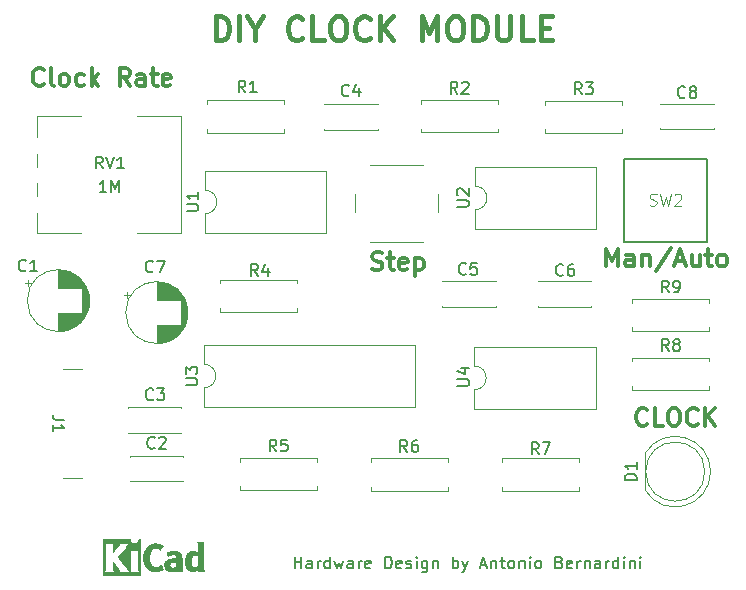
<source format=gbr>
%TF.GenerationSoftware,KiCad,Pcbnew,9.0.1*%
%TF.CreationDate,2025-05-04T07:23:12+02:00*%
%TF.ProjectId,clock-module,636c6f63-6b2d-46d6-9f64-756c652e6b69,rev?*%
%TF.SameCoordinates,Original*%
%TF.FileFunction,Legend,Top*%
%TF.FilePolarity,Positive*%
%FSLAX46Y46*%
G04 Gerber Fmt 4.6, Leading zero omitted, Abs format (unit mm)*
G04 Created by KiCad (PCBNEW 9.0.1) date 2025-05-04 07:23:12*
%MOMM*%
%LPD*%
G01*
G04 APERTURE LIST*
%ADD10C,0.000000*%
%ADD11C,0.300000*%
%ADD12C,0.400000*%
%ADD13C,0.200000*%
%ADD14C,0.150000*%
%ADD15C,0.100000*%
%ADD16C,0.120000*%
G04 APERTURE END LIST*
D10*
G36*
X109798555Y-105285822D02*
G01*
X109797615Y-105292502D01*
X109796910Y-105299785D01*
X109796431Y-105307591D01*
X109796174Y-105315836D01*
X109796131Y-105324439D01*
X109796298Y-105333317D01*
X109797232Y-105351571D01*
X109798927Y-105369941D01*
X109800044Y-105378964D01*
X109801333Y-105387770D01*
X109802787Y-105396275D01*
X109804401Y-105404399D01*
X109806167Y-105412059D01*
X109808080Y-105419172D01*
X109814791Y-105439617D01*
X109822724Y-105459383D01*
X109831838Y-105478431D01*
X109842090Y-105496717D01*
X109853437Y-105514202D01*
X109865838Y-105530843D01*
X109879249Y-105546599D01*
X109893629Y-105561430D01*
X109908934Y-105575293D01*
X109925124Y-105588147D01*
X109942154Y-105599951D01*
X109959984Y-105610664D01*
X109978570Y-105620244D01*
X109997870Y-105628650D01*
X110017842Y-105635841D01*
X110038444Y-105641775D01*
X110046420Y-105643652D01*
X110054830Y-105645312D01*
X110063610Y-105646756D01*
X110072696Y-105647982D01*
X110082027Y-105648988D01*
X110091538Y-105649774D01*
X110101167Y-105650340D01*
X110110851Y-105650683D01*
X110120527Y-105650802D01*
X110130132Y-105650698D01*
X110139602Y-105650368D01*
X110148874Y-105649812D01*
X110157887Y-105649028D01*
X110166575Y-105648016D01*
X110174877Y-105646775D01*
X110182730Y-105645303D01*
X110194554Y-105642573D01*
X110206208Y-105639415D01*
X110228971Y-105631856D01*
X110250949Y-105622696D01*
X110272071Y-105612009D01*
X110292267Y-105599867D01*
X110311466Y-105586342D01*
X110329599Y-105571506D01*
X110346595Y-105555433D01*
X110362384Y-105538193D01*
X110376896Y-105519860D01*
X110390059Y-105500506D01*
X110401805Y-105480203D01*
X110412063Y-105459023D01*
X110420761Y-105437040D01*
X110427831Y-105414325D01*
X110430734Y-105402715D01*
X110433202Y-105390950D01*
X110434527Y-105383218D01*
X110435595Y-105375262D01*
X110436414Y-105366927D01*
X110436995Y-105358054D01*
X110437343Y-105348486D01*
X110437469Y-105338066D01*
X110437379Y-105326638D01*
X110437083Y-105314044D01*
X110435319Y-105265714D01*
X110513283Y-105265714D01*
X110538169Y-105265745D01*
X110548427Y-105265800D01*
X110557391Y-105265896D01*
X110565186Y-105266043D01*
X110571934Y-105266253D01*
X110577757Y-105266537D01*
X110582780Y-105266904D01*
X110587125Y-105267367D01*
X110589081Y-105267638D01*
X110590915Y-105267936D01*
X110592640Y-105268263D01*
X110594272Y-105268621D01*
X110595828Y-105269011D01*
X110597321Y-105269435D01*
X110598768Y-105269892D01*
X110600184Y-105270386D01*
X110602984Y-105271487D01*
X110605843Y-105272748D01*
X110608886Y-105274180D01*
X110612742Y-105276114D01*
X110616501Y-105278206D01*
X110620156Y-105280451D01*
X110623702Y-105282840D01*
X110627133Y-105285368D01*
X110630441Y-105288028D01*
X110633621Y-105290813D01*
X110636667Y-105293716D01*
X110639572Y-105296730D01*
X110642331Y-105299850D01*
X110644936Y-105303068D01*
X110647382Y-105306377D01*
X110649663Y-105309771D01*
X110651773Y-105313243D01*
X110653704Y-105316786D01*
X110655452Y-105320394D01*
X110658991Y-105360523D01*
X110661008Y-105542733D01*
X110662861Y-106824992D01*
X110662464Y-107971255D01*
X110661422Y-108241339D01*
X110660647Y-108308636D01*
X110659686Y-108333822D01*
X110658500Y-108339039D01*
X110657062Y-108344102D01*
X110655376Y-108349009D01*
X110653446Y-108353754D01*
X110651276Y-108358334D01*
X110648871Y-108362744D01*
X110646234Y-108366981D01*
X110643370Y-108371040D01*
X110640282Y-108374917D01*
X110636976Y-108378608D01*
X110633454Y-108382109D01*
X110629722Y-108385416D01*
X110625783Y-108388524D01*
X110621641Y-108391430D01*
X110617301Y-108394129D01*
X110612766Y-108396617D01*
X110591600Y-108407200D01*
X109030558Y-108407200D01*
X107469163Y-108407200D01*
X107452583Y-108399086D01*
X107448718Y-108396996D01*
X107444819Y-108394583D01*
X107440915Y-108391883D01*
X107437039Y-108388927D01*
X107433220Y-108385751D01*
X107429490Y-108382386D01*
X107425880Y-108378868D01*
X107422420Y-108375230D01*
X107419143Y-108371504D01*
X107416079Y-108367725D01*
X107413258Y-108363927D01*
X107410712Y-108360143D01*
X107408473Y-108356406D01*
X107406570Y-108352750D01*
X107405035Y-108349209D01*
X107403899Y-108345817D01*
X107401856Y-108052658D01*
X107600397Y-108052658D01*
X107973636Y-108052658D01*
X108346522Y-108052658D01*
X108333822Y-108035725D01*
X108328477Y-108028438D01*
X108323292Y-108020738D01*
X108318271Y-108012634D01*
X108313416Y-108004135D01*
X108308730Y-107995249D01*
X108304217Y-107985986D01*
X108299880Y-107976353D01*
X108295722Y-107966360D01*
X108291745Y-107956016D01*
X108287954Y-107945329D01*
X108284350Y-107934309D01*
X108280938Y-107922963D01*
X108277720Y-107911301D01*
X108274700Y-107899332D01*
X108271880Y-107887064D01*
X108269263Y-107874506D01*
X108267484Y-107862806D01*
X108266077Y-107846923D01*
X108264148Y-107789310D01*
X108263013Y-107675076D01*
X108262208Y-107477631D01*
X108261938Y-107330792D01*
X108262164Y-107216002D01*
X108262853Y-107141626D01*
X108263361Y-107122209D01*
X108263653Y-107117401D01*
X108263972Y-107116033D01*
X108510431Y-107451701D01*
X108760330Y-107796895D01*
X108770965Y-107813815D01*
X108781315Y-107831252D01*
X108791193Y-107848829D01*
X108800414Y-107866171D01*
X108808792Y-107882901D01*
X108816141Y-107898643D01*
X108822274Y-107913021D01*
X108824826Y-107919581D01*
X108827005Y-107925658D01*
X108829084Y-107932279D01*
X108830957Y-107938788D01*
X108832621Y-107945198D01*
X108834077Y-107951521D01*
X108835324Y-107957770D01*
X108836363Y-107963957D01*
X108837191Y-107970094D01*
X108837809Y-107976194D01*
X108838216Y-107982269D01*
X108838412Y-107988331D01*
X108838396Y-107994394D01*
X108838167Y-108000469D01*
X108837726Y-108006569D01*
X108837071Y-108012706D01*
X108836202Y-108018893D01*
X108835119Y-108025142D01*
X108830533Y-108052658D01*
X109237991Y-108052658D01*
X109770333Y-108052658D01*
X110118524Y-108052658D01*
X110467069Y-108052658D01*
X110457544Y-108041017D01*
X110451247Y-108032945D01*
X110445319Y-108024732D01*
X110439755Y-108016366D01*
X110434553Y-108007839D01*
X110429708Y-107999140D01*
X110425217Y-107990260D01*
X110421077Y-107981189D01*
X110417283Y-107971916D01*
X110413833Y-107962433D01*
X110410722Y-107952729D01*
X110407946Y-107942795D01*
X110405504Y-107932620D01*
X110403389Y-107922195D01*
X110401600Y-107911511D01*
X110400133Y-107900556D01*
X110398983Y-107889322D01*
X110396425Y-107655916D01*
X110395455Y-107081461D01*
X110395455Y-106313464D01*
X110082894Y-106313464D01*
X109998091Y-106313516D01*
X109929276Y-106313679D01*
X109875037Y-106313966D01*
X109833965Y-106314390D01*
X109804651Y-106314963D01*
X109793962Y-106315309D01*
X109785684Y-106315696D01*
X109779641Y-106316128D01*
X109775656Y-106316604D01*
X109773552Y-106317127D01*
X109773152Y-106317406D01*
X109773155Y-106317697D01*
X109778711Y-106325502D01*
X109783077Y-106331439D01*
X109785483Y-106334612D01*
X109787972Y-106337805D01*
X109790850Y-106341759D01*
X109793782Y-106346053D01*
X109796746Y-106350647D01*
X109799724Y-106355499D01*
X109805633Y-106365822D01*
X109811343Y-106376699D01*
X109816690Y-106387808D01*
X109821508Y-106398825D01*
X109823666Y-106404199D01*
X109825631Y-106409429D01*
X109827380Y-106414475D01*
X109828894Y-106419297D01*
X109832896Y-106437030D01*
X109835971Y-106464657D01*
X109839742Y-106577121D01*
X109840999Y-106811757D01*
X109840536Y-107223631D01*
X109839654Y-107545419D01*
X109838507Y-107758530D01*
X109837793Y-107829395D01*
X109836964Y-107879169D01*
X109836002Y-107909876D01*
X109834891Y-107923542D01*
X109833315Y-107930858D01*
X109831492Y-107938132D01*
X109829414Y-107945382D01*
X109827075Y-107952624D01*
X109824467Y-107959874D01*
X109821583Y-107967148D01*
X109818417Y-107974464D01*
X109814959Y-107981838D01*
X109811204Y-107989287D01*
X109807144Y-107996826D01*
X109802772Y-108004472D01*
X109798081Y-108012243D01*
X109793063Y-108020155D01*
X109787711Y-108028223D01*
X109782018Y-108036465D01*
X109775977Y-108044897D01*
X109770333Y-108052658D01*
X109237991Y-108052658D01*
X109645802Y-108052306D01*
X109628163Y-108037842D01*
X109610499Y-108022222D01*
X109589705Y-108002051D01*
X109566455Y-107978069D01*
X109541424Y-107951014D01*
X109515285Y-107921628D01*
X109488711Y-107890651D01*
X109462378Y-107858821D01*
X109436958Y-107826880D01*
X109055252Y-107303358D01*
X108903222Y-107093615D01*
X108789390Y-106935367D01*
X108718355Y-106834996D01*
X108700323Y-106808510D01*
X108695929Y-106801540D01*
X108694713Y-106798886D01*
X109336769Y-105999492D01*
X109388490Y-105936520D01*
X109412109Y-105908357D01*
X109434362Y-105882276D01*
X109455343Y-105858177D01*
X109475148Y-105835960D01*
X109493874Y-105815527D01*
X109511614Y-105796777D01*
X109528467Y-105779610D01*
X109544525Y-105763926D01*
X109559887Y-105749627D01*
X109574646Y-105736612D01*
X109588899Y-105724781D01*
X109602741Y-105714034D01*
X109616267Y-105704273D01*
X109629575Y-105695397D01*
X109645450Y-105685519D01*
X109246458Y-105685519D01*
X108847466Y-105685519D01*
X108850994Y-105698572D01*
X108851826Y-105702323D01*
X108852473Y-105706766D01*
X108852942Y-105711809D01*
X108853237Y-105717358D01*
X108853365Y-105723320D01*
X108853332Y-105729603D01*
X108852802Y-105742758D01*
X108851693Y-105756078D01*
X108850936Y-105762567D01*
X108850051Y-105768819D01*
X108849045Y-105774740D01*
X108847922Y-105780237D01*
X108846688Y-105785218D01*
X108845349Y-105789589D01*
X108842025Y-105798450D01*
X108838151Y-105807812D01*
X108833749Y-105817637D01*
X108828841Y-105827887D01*
X108817587Y-105849517D01*
X108804560Y-105872403D01*
X108789928Y-105896249D01*
X108773862Y-105920756D01*
X108756531Y-105945627D01*
X108738105Y-105970564D01*
X108487633Y-106288417D01*
X108260797Y-106575578D01*
X108262208Y-106235500D01*
X108262695Y-106115456D01*
X108263261Y-106025112D01*
X108263649Y-105989424D01*
X108264149Y-105959176D01*
X108264790Y-105933707D01*
X108265603Y-105912355D01*
X108266619Y-105894460D01*
X108267868Y-105879360D01*
X108269381Y-105866392D01*
X108271187Y-105854897D01*
X108273318Y-105844211D01*
X108275804Y-105833675D01*
X108281963Y-105810403D01*
X108284046Y-105803311D01*
X108286437Y-105795968D01*
X108289106Y-105788437D01*
X108292023Y-105780780D01*
X108295157Y-105773062D01*
X108298477Y-105765345D01*
X108301953Y-105757692D01*
X108305555Y-105750166D01*
X108309252Y-105742830D01*
X108313014Y-105735747D01*
X108316810Y-105728981D01*
X108320609Y-105722594D01*
X108324382Y-105716649D01*
X108328097Y-105711210D01*
X108331724Y-105706339D01*
X108335233Y-105702100D01*
X108350050Y-105685519D01*
X107975399Y-105685519D01*
X107601102Y-105685519D01*
X107618741Y-105706686D01*
X107624741Y-105714105D01*
X107630440Y-105721555D01*
X107635845Y-105729051D01*
X107640961Y-105736606D01*
X107645793Y-105744236D01*
X107650348Y-105751955D01*
X107654632Y-105759777D01*
X107658649Y-105767717D01*
X107662406Y-105775789D01*
X107665908Y-105784008D01*
X107669161Y-105792388D01*
X107672170Y-105800944D01*
X107674942Y-105809690D01*
X107677482Y-105818641D01*
X107679796Y-105827810D01*
X107681888Y-105837214D01*
X107684870Y-105880589D01*
X107686695Y-106018057D01*
X107688591Y-106832047D01*
X107689002Y-107159929D01*
X107689104Y-107411727D01*
X107688783Y-107598140D01*
X107688430Y-107670170D01*
X107687930Y-107729867D01*
X107687268Y-107778566D01*
X107686431Y-107817606D01*
X107685405Y-107848325D01*
X107684176Y-107872058D01*
X107682730Y-107890145D01*
X107681053Y-107903921D01*
X107679130Y-107914725D01*
X107676949Y-107923894D01*
X107674768Y-107931681D01*
X107672328Y-107939426D01*
X107669635Y-107947117D01*
X107666697Y-107954746D01*
X107663519Y-107962302D01*
X107660107Y-107969777D01*
X107656468Y-107977159D01*
X107652608Y-107984440D01*
X107648533Y-107991609D01*
X107644249Y-107998656D01*
X107639762Y-108005573D01*
X107635079Y-108012348D01*
X107630206Y-108018972D01*
X107625149Y-108025436D01*
X107619914Y-108031729D01*
X107614508Y-108037842D01*
X107600397Y-108052658D01*
X107401856Y-108052658D01*
X107401210Y-107959834D01*
X107400372Y-106833811D01*
X107400372Y-105334506D01*
X107407780Y-105318631D01*
X107409608Y-105314752D01*
X107411526Y-105311049D01*
X107413540Y-105307515D01*
X107415657Y-105304145D01*
X107417883Y-105300931D01*
X107420226Y-105297869D01*
X107422691Y-105294951D01*
X107425287Y-105292172D01*
X107428018Y-105289525D01*
X107430893Y-105287005D01*
X107433918Y-105284604D01*
X107437099Y-105282316D01*
X107440444Y-105280137D01*
X107443958Y-105278058D01*
X107447650Y-105276075D01*
X107451524Y-105274180D01*
X107469163Y-105265714D01*
X108635447Y-105265714D01*
X109801730Y-105265714D01*
X109798555Y-105285822D01*
G37*
G36*
X111920220Y-105650904D02*
G01*
X111945880Y-105651443D01*
X111968978Y-105652396D01*
X111988247Y-105653769D01*
X112023335Y-105657742D01*
X112059602Y-105663261D01*
X112096736Y-105670252D01*
X112134429Y-105678640D01*
X112172370Y-105688351D01*
X112210249Y-105699311D01*
X112247755Y-105711444D01*
X112284580Y-105724678D01*
X112296470Y-105729411D01*
X112311369Y-105735752D01*
X112347816Y-105752150D01*
X112389157Y-105771658D01*
X112430630Y-105792058D01*
X112450590Y-105801993D01*
X112470185Y-105811538D01*
X112488921Y-105820472D01*
X112506301Y-105828571D01*
X112521829Y-105835611D01*
X112535008Y-105841370D01*
X112545343Y-105845624D01*
X112552338Y-105848150D01*
X112562492Y-105851281D01*
X112571653Y-105854147D01*
X112575552Y-105855398D01*
X112578830Y-105856484D01*
X112581364Y-105857372D01*
X112583030Y-105858028D01*
X112583501Y-105858853D01*
X112583142Y-105860747D01*
X112579624Y-105868209D01*
X112571856Y-105881350D01*
X112559218Y-105901111D01*
X112516851Y-105964241D01*
X112447564Y-106065108D01*
X112306452Y-106270425D01*
X112284227Y-106244672D01*
X112272184Y-106231557D01*
X112259618Y-106218946D01*
X112246552Y-106206853D01*
X112233008Y-106195294D01*
X112219010Y-106184286D01*
X112204579Y-106173842D01*
X112189740Y-106163980D01*
X112174513Y-106154714D01*
X112158923Y-106146060D01*
X112142992Y-106138033D01*
X112126743Y-106130649D01*
X112110198Y-106123923D01*
X112093380Y-106117871D01*
X112076312Y-106112509D01*
X112059016Y-106107851D01*
X112041516Y-106103914D01*
X112019969Y-106099874D01*
X111998352Y-106096744D01*
X111976715Y-106094517D01*
X111955102Y-106093187D01*
X111933562Y-106092746D01*
X111912141Y-106093186D01*
X111890887Y-106094500D01*
X111869846Y-106096682D01*
X111849065Y-106099723D01*
X111828592Y-106103618D01*
X111808473Y-106108357D01*
X111788756Y-106113935D01*
X111769488Y-106120344D01*
X111750715Y-106127576D01*
X111732485Y-106135625D01*
X111714844Y-106144483D01*
X111682216Y-106164266D01*
X111651297Y-106187570D01*
X111622127Y-106214304D01*
X111594745Y-106244375D01*
X111569190Y-106277691D01*
X111545502Y-106314160D01*
X111523720Y-106353690D01*
X111503883Y-106396190D01*
X111486030Y-106441568D01*
X111470201Y-106489730D01*
X111456434Y-106540586D01*
X111444770Y-106594043D01*
X111435248Y-106650010D01*
X111427906Y-106708394D01*
X111422784Y-106769104D01*
X111419922Y-106832047D01*
X111419284Y-106867257D01*
X111419353Y-106901956D01*
X111420122Y-106936114D01*
X111421586Y-106969702D01*
X111423741Y-107002688D01*
X111426582Y-107035043D01*
X111430102Y-107066734D01*
X111434297Y-107097733D01*
X111439162Y-107128008D01*
X111444692Y-107157530D01*
X111450881Y-107186266D01*
X111457724Y-107214188D01*
X111465216Y-107241265D01*
X111473353Y-107267465D01*
X111482127Y-107292759D01*
X111491536Y-107317117D01*
X111504816Y-107347786D01*
X111519249Y-107377078D01*
X111534819Y-107404981D01*
X111551513Y-107431483D01*
X111569318Y-107456571D01*
X111588218Y-107480232D01*
X111608201Y-107502455D01*
X111629251Y-107523227D01*
X111651356Y-107542536D01*
X111674501Y-107560368D01*
X111698673Y-107576712D01*
X111723856Y-107591556D01*
X111750039Y-107604886D01*
X111777205Y-107616691D01*
X111805342Y-107626958D01*
X111834436Y-107635675D01*
X111844986Y-107638384D01*
X111854412Y-107640476D01*
X111863507Y-107642031D01*
X111873065Y-107643127D01*
X111883880Y-107643843D01*
X111896745Y-107644257D01*
X111912455Y-107644448D01*
X111931802Y-107644494D01*
X111949663Y-107644422D01*
X111964952Y-107644180D01*
X111978175Y-107643732D01*
X111989834Y-107643039D01*
X112000435Y-107642066D01*
X112010483Y-107640774D01*
X112020480Y-107639126D01*
X112030933Y-107637086D01*
X112044771Y-107634000D01*
X112058260Y-107630686D01*
X112071432Y-107627133D01*
X112084318Y-107623328D01*
X112096950Y-107619258D01*
X112109359Y-107614911D01*
X112121577Y-107610274D01*
X112133635Y-107605336D01*
X112145565Y-107600084D01*
X112157399Y-107594505D01*
X112169167Y-107588587D01*
X112180902Y-107582317D01*
X112192635Y-107575684D01*
X112204397Y-107568675D01*
X112216220Y-107561277D01*
X112228136Y-107553478D01*
X112235540Y-107548415D01*
X112243402Y-107542806D01*
X112260112Y-107530277D01*
X112277491Y-107516550D01*
X112294767Y-107502281D01*
X112311166Y-107488128D01*
X112325916Y-107474748D01*
X112332431Y-107468553D01*
X112338243Y-107462798D01*
X112343256Y-107457565D01*
X112347374Y-107452936D01*
X112348432Y-107451717D01*
X112349484Y-107450575D01*
X112350524Y-107449515D01*
X112351547Y-107448537D01*
X112352548Y-107447647D01*
X112353520Y-107446846D01*
X112354458Y-107446139D01*
X112355356Y-107445528D01*
X112355789Y-107445259D01*
X112356209Y-107445016D01*
X112356616Y-107444798D01*
X112357011Y-107444606D01*
X112357390Y-107444440D01*
X112357755Y-107444301D01*
X112358105Y-107444190D01*
X112358437Y-107444105D01*
X112358753Y-107444049D01*
X112359052Y-107444021D01*
X112359331Y-107444022D01*
X112359592Y-107444052D01*
X112359832Y-107444111D01*
X112360052Y-107444200D01*
X112360251Y-107444319D01*
X112360427Y-107444469D01*
X112400291Y-107508851D01*
X112492014Y-107658958D01*
X112621130Y-107870272D01*
X112599258Y-107878033D01*
X112590108Y-107881335D01*
X112581487Y-107884736D01*
X112572271Y-107888799D01*
X112561334Y-107894085D01*
X112547554Y-107901157D01*
X112529805Y-107910577D01*
X112477902Y-107938711D01*
X112448379Y-107954494D01*
X112419651Y-107969195D01*
X112391584Y-107982856D01*
X112364049Y-107995519D01*
X112336912Y-108007228D01*
X112310043Y-108018024D01*
X112283309Y-108027950D01*
X112256578Y-108037048D01*
X112229720Y-108045360D01*
X112202601Y-108052930D01*
X112175091Y-108059798D01*
X112147057Y-108066009D01*
X112118368Y-108071603D01*
X112088892Y-108076624D01*
X112058498Y-108081113D01*
X112027052Y-108085114D01*
X112000723Y-108087266D01*
X111967036Y-108088708D01*
X111928454Y-108089455D01*
X111887440Y-108089524D01*
X111846460Y-108088931D01*
X111807977Y-108087694D01*
X111774455Y-108085828D01*
X111748358Y-108083350D01*
X111693890Y-108074868D01*
X111641060Y-108064093D01*
X111589836Y-108051006D01*
X111540186Y-108035587D01*
X111492078Y-108017819D01*
X111445480Y-107997681D01*
X111400360Y-107975154D01*
X111356686Y-107950220D01*
X111314426Y-107922860D01*
X111273548Y-107893053D01*
X111234019Y-107860782D01*
X111195808Y-107826026D01*
X111158883Y-107788767D01*
X111123212Y-107748986D01*
X111088762Y-107706664D01*
X111055502Y-107661781D01*
X111024941Y-107616204D01*
X110996503Y-107568944D01*
X110970202Y-107520063D01*
X110946053Y-107469621D01*
X110924070Y-107417681D01*
X110904268Y-107364304D01*
X110886661Y-107309551D01*
X110871264Y-107253484D01*
X110858091Y-107196165D01*
X110847157Y-107137654D01*
X110838475Y-107078014D01*
X110832062Y-107017305D01*
X110827930Y-106955590D01*
X110826095Y-106892930D01*
X110826571Y-106829386D01*
X110829372Y-106765020D01*
X110834372Y-106702427D01*
X110841446Y-106641627D01*
X110850608Y-106582584D01*
X110861871Y-106525263D01*
X110875252Y-106469628D01*
X110890763Y-106415645D01*
X110908421Y-106363279D01*
X110928238Y-106312494D01*
X110950229Y-106263255D01*
X110974410Y-106215527D01*
X111000795Y-106169275D01*
X111029397Y-106124463D01*
X111060231Y-106081057D01*
X111093313Y-106039022D01*
X111128656Y-105998322D01*
X111166275Y-105958922D01*
X111200171Y-105926330D01*
X111234906Y-105895501D01*
X111270460Y-105866443D01*
X111306812Y-105839165D01*
X111343941Y-105813678D01*
X111381827Y-105789990D01*
X111420449Y-105768111D01*
X111459785Y-105748049D01*
X111499817Y-105729815D01*
X111540522Y-105713418D01*
X111581880Y-105698866D01*
X111623871Y-105686170D01*
X111666474Y-105675338D01*
X111709668Y-105666380D01*
X111753432Y-105659305D01*
X111797747Y-105654122D01*
X111817247Y-105652718D01*
X111840510Y-105651686D01*
X111866270Y-105651034D01*
X111893261Y-105650771D01*
X111920220Y-105650904D01*
G37*
G36*
X116011677Y-106684586D02*
G01*
X116012648Y-107543291D01*
X116013761Y-107772470D01*
X116015205Y-107860395D01*
X116016888Y-107874009D01*
X116018763Y-107887204D01*
X116020831Y-107899982D01*
X116023093Y-107912347D01*
X116025552Y-107924300D01*
X116028209Y-107935844D01*
X116031066Y-107946982D01*
X116034123Y-107957717D01*
X116037383Y-107968051D01*
X116040847Y-107977986D01*
X116044517Y-107987525D01*
X116048394Y-107996671D01*
X116052480Y-108005427D01*
X116056776Y-108013794D01*
X116061284Y-108021776D01*
X116066005Y-108029375D01*
X116081527Y-108052658D01*
X115785547Y-108052658D01*
X115489566Y-108052658D01*
X115489566Y-107985278D01*
X115489566Y-107917897D01*
X115465930Y-107939770D01*
X115456111Y-107948467D01*
X115445734Y-107957081D01*
X115434844Y-107965584D01*
X115423487Y-107973950D01*
X115411708Y-107982153D01*
X115399553Y-107990166D01*
X115387067Y-107997964D01*
X115374296Y-108005518D01*
X115361285Y-108012805D01*
X115348080Y-108019796D01*
X115334726Y-108026465D01*
X115321269Y-108032787D01*
X115307754Y-108038735D01*
X115294226Y-108044282D01*
X115280732Y-108049402D01*
X115267316Y-108054070D01*
X115245824Y-108060721D01*
X115223737Y-108066649D01*
X115201137Y-108071851D01*
X115178107Y-108076322D01*
X115154730Y-108080060D01*
X115131089Y-108083060D01*
X115107265Y-108085319D01*
X115083343Y-108086834D01*
X115059403Y-108087600D01*
X115035530Y-108087614D01*
X115011806Y-108086873D01*
X114988313Y-108085373D01*
X114965135Y-108083110D01*
X114942353Y-108080081D01*
X114920051Y-108076281D01*
X114898311Y-108071708D01*
X114862764Y-108062275D01*
X114828000Y-108050680D01*
X114794083Y-108036978D01*
X114761075Y-108021223D01*
X114729041Y-108003468D01*
X114698044Y-107983769D01*
X114668148Y-107962180D01*
X114639416Y-107938755D01*
X114611912Y-107913548D01*
X114585700Y-107886614D01*
X114560842Y-107858006D01*
X114537403Y-107827779D01*
X114515446Y-107795987D01*
X114495034Y-107762685D01*
X114476232Y-107727927D01*
X114459103Y-107691767D01*
X114446943Y-107663090D01*
X114435729Y-107634050D01*
X114425452Y-107604608D01*
X114416108Y-107574722D01*
X114407690Y-107544352D01*
X114400192Y-107513458D01*
X114393607Y-107482000D01*
X114387930Y-107449937D01*
X114383154Y-107417230D01*
X114379273Y-107383837D01*
X114376281Y-107349719D01*
X114374171Y-107314835D01*
X114372938Y-107279144D01*
X114372575Y-107242608D01*
X114372659Y-107236358D01*
X114944748Y-107236358D01*
X114946509Y-107295289D01*
X114948280Y-107323454D01*
X114950652Y-107350449D01*
X114953631Y-107376046D01*
X114957225Y-107400020D01*
X114961667Y-107423656D01*
X114966787Y-107446267D01*
X114972574Y-107467838D01*
X114979020Y-107488352D01*
X114986114Y-107507793D01*
X114989902Y-107517106D01*
X114993849Y-107526145D01*
X114997953Y-107534908D01*
X115002214Y-107543392D01*
X115006630Y-107551597D01*
X115011200Y-107559519D01*
X115015923Y-107567157D01*
X115020798Y-107574509D01*
X115025823Y-107581572D01*
X115030998Y-107588346D01*
X115036321Y-107594827D01*
X115041792Y-107601013D01*
X115047408Y-107606904D01*
X115053169Y-107612496D01*
X115059074Y-107617788D01*
X115065122Y-107622778D01*
X115071310Y-107627464D01*
X115077639Y-107631843D01*
X115084107Y-107635914D01*
X115090713Y-107639675D01*
X115097455Y-107643124D01*
X115104333Y-107646258D01*
X115122468Y-107653079D01*
X115141477Y-107658342D01*
X115161253Y-107662070D01*
X115181685Y-107664283D01*
X115202665Y-107665004D01*
X115224084Y-107664254D01*
X115245832Y-107662055D01*
X115267801Y-107658429D01*
X115289882Y-107653397D01*
X115311965Y-107646982D01*
X115333942Y-107639204D01*
X115355704Y-107630086D01*
X115377140Y-107619649D01*
X115398144Y-107607914D01*
X115418604Y-107594905D01*
X115438413Y-107580641D01*
X115456052Y-107567236D01*
X115457111Y-107169303D01*
X115457317Y-107044194D01*
X115457375Y-106948293D01*
X115457333Y-106910067D01*
X115457235Y-106877668D01*
X115457075Y-106850605D01*
X115456846Y-106828387D01*
X115456544Y-106810522D01*
X115456160Y-106796519D01*
X115455936Y-106790812D01*
X115455690Y-106785887D01*
X115455420Y-106781681D01*
X115455127Y-106778133D01*
X115454808Y-106775182D01*
X115454464Y-106772766D01*
X115454094Y-106770825D01*
X115453696Y-106769296D01*
X115453271Y-106768118D01*
X115452816Y-106767230D01*
X115452333Y-106766571D01*
X115451819Y-106766078D01*
X115444222Y-106760161D01*
X115436273Y-106754329D01*
X115428006Y-106748602D01*
X115419457Y-106742998D01*
X115410663Y-106737537D01*
X115401658Y-106732238D01*
X115392478Y-106727119D01*
X115383159Y-106722201D01*
X115373738Y-106717502D01*
X115364248Y-106713040D01*
X115354726Y-106708837D01*
X115345208Y-106704909D01*
X115335729Y-106701278D01*
X115326326Y-106697961D01*
X115317032Y-106694977D01*
X115307885Y-106692347D01*
X115301564Y-106690897D01*
X115294092Y-106689592D01*
X115285641Y-106688437D01*
X115276384Y-106687436D01*
X115256137Y-106685917D01*
X115234729Y-106685071D01*
X115213535Y-106684937D01*
X115193933Y-106685551D01*
X115185159Y-106686150D01*
X115177299Y-106686950D01*
X115170526Y-106687956D01*
X115165011Y-106689172D01*
X115146956Y-106694890D01*
X115129700Y-106701993D01*
X115113239Y-106710483D01*
X115097570Y-106720365D01*
X115082687Y-106731643D01*
X115068589Y-106744319D01*
X115055271Y-106758398D01*
X115042729Y-106773883D01*
X115030961Y-106790778D01*
X115019962Y-106809086D01*
X115009729Y-106828811D01*
X115000258Y-106849956D01*
X114991546Y-106872526D01*
X114983589Y-106896523D01*
X114976383Y-106921952D01*
X114969924Y-106948817D01*
X114964960Y-106973286D01*
X114960524Y-106999313D01*
X114956620Y-107026672D01*
X114953256Y-107055135D01*
X114948171Y-107114462D01*
X114945318Y-107175476D01*
X114944748Y-107236358D01*
X114372659Y-107236358D01*
X114373077Y-107205184D01*
X114374436Y-107166833D01*
X114376716Y-107124555D01*
X114379598Y-107083794D01*
X114383098Y-107044483D01*
X114387229Y-107006551D01*
X114392008Y-106969930D01*
X114397448Y-106934550D01*
X114403566Y-106900342D01*
X114410375Y-106867237D01*
X114417891Y-106835165D01*
X114426129Y-106804058D01*
X114435105Y-106773846D01*
X114444832Y-106744459D01*
X114455326Y-106715829D01*
X114466601Y-106687886D01*
X114478674Y-106660562D01*
X114491558Y-106633786D01*
X114510232Y-106598785D01*
X114530256Y-106565495D01*
X114551605Y-106533932D01*
X114574257Y-106504113D01*
X114598189Y-106476052D01*
X114623376Y-106449766D01*
X114649797Y-106425272D01*
X114677428Y-106402584D01*
X114706245Y-106381720D01*
X114736225Y-106362695D01*
X114767346Y-106345525D01*
X114799583Y-106330226D01*
X114832913Y-106316815D01*
X114867314Y-106305306D01*
X114902762Y-106295717D01*
X114939233Y-106288064D01*
X114948822Y-106286555D01*
X114959618Y-106285207D01*
X114984179Y-106283004D01*
X115011601Y-106281478D01*
X115040568Y-106280655D01*
X115069768Y-106280560D01*
X115097884Y-106281218D01*
X115123602Y-106282652D01*
X115145608Y-106284889D01*
X115168136Y-106288201D01*
X115190082Y-106292053D01*
X115211453Y-106296447D01*
X115232253Y-106301387D01*
X115252490Y-106306874D01*
X115272168Y-106312912D01*
X115291292Y-106319503D01*
X115309870Y-106326649D01*
X115327906Y-106334353D01*
X115345406Y-106342618D01*
X115362376Y-106351447D01*
X115378822Y-106360841D01*
X115394748Y-106370803D01*
X115410162Y-106381337D01*
X115425068Y-106392444D01*
X115439472Y-106404128D01*
X115458169Y-106420003D01*
X115457111Y-106050292D01*
X115456630Y-105928087D01*
X115456174Y-105835913D01*
X115455922Y-105799630D01*
X115455635Y-105769106D01*
X115455301Y-105743757D01*
X115454906Y-105723002D01*
X115454437Y-105706257D01*
X115454170Y-105699206D01*
X115453880Y-105692939D01*
X115453564Y-105687383D01*
X115453221Y-105682465D01*
X115452850Y-105678113D01*
X115452448Y-105674253D01*
X115452014Y-105670812D01*
X115451546Y-105667719D01*
X115451043Y-105664899D01*
X115450503Y-105662280D01*
X115449305Y-105657354D01*
X115447938Y-105652358D01*
X115446140Y-105646409D01*
X115444066Y-105640232D01*
X115441740Y-105633875D01*
X115439185Y-105627383D01*
X115436423Y-105620802D01*
X115433477Y-105614178D01*
X115430370Y-105607557D01*
X115427124Y-105600985D01*
X115423763Y-105594508D01*
X115420309Y-105588173D01*
X115416784Y-105582024D01*
X115413212Y-105576109D01*
X115409615Y-105570472D01*
X115406016Y-105565161D01*
X115402437Y-105560221D01*
X115398902Y-105555697D01*
X115386908Y-105540881D01*
X115699116Y-105540881D01*
X116011677Y-105540881D01*
X116011677Y-106684586D01*
G37*
G36*
X113487821Y-106279333D02*
G01*
X113503350Y-106279862D01*
X113540469Y-106281714D01*
X113565398Y-106283286D01*
X113587306Y-106284900D01*
X113607039Y-106286662D01*
X113625445Y-106288681D01*
X113643371Y-106291064D01*
X113661665Y-106293918D01*
X113681174Y-106297350D01*
X113702747Y-106301469D01*
X113736703Y-106308910D01*
X113769377Y-106317600D01*
X113800760Y-106327534D01*
X113830844Y-106338704D01*
X113859619Y-106351104D01*
X113887077Y-106364728D01*
X113913209Y-106379567D01*
X113938006Y-106395617D01*
X113961459Y-106412870D01*
X113983560Y-106431318D01*
X114004300Y-106450957D01*
X114023670Y-106471778D01*
X114041661Y-106493776D01*
X114058265Y-106516943D01*
X114073472Y-106541273D01*
X114087274Y-106566758D01*
X114093024Y-106578781D01*
X114098627Y-106591420D01*
X114109373Y-106618462D01*
X114119465Y-106647721D01*
X114128858Y-106679030D01*
X114137508Y-106712224D01*
X114145367Y-106747138D01*
X114152392Y-106783606D01*
X114158536Y-106821464D01*
X114161589Y-106859591D01*
X114163651Y-106942864D01*
X114166649Y-107378853D01*
X114167994Y-107619150D01*
X114169472Y-107783048D01*
X114170301Y-107839180D01*
X114171213Y-107879610D01*
X114172225Y-107905472D01*
X114173352Y-107917897D01*
X114174977Y-107925975D01*
X114176806Y-107933933D01*
X114178837Y-107941768D01*
X114181069Y-107949476D01*
X114183500Y-107957055D01*
X114186127Y-107964499D01*
X114188948Y-107971806D01*
X114191961Y-107978972D01*
X114195165Y-107985993D01*
X114198557Y-107992866D01*
X114202134Y-107999587D01*
X114205896Y-108006152D01*
X114209840Y-108012559D01*
X114213963Y-108018802D01*
X114218264Y-108024879D01*
X114222741Y-108030786D01*
X114225692Y-108034443D01*
X114228424Y-108037946D01*
X114230883Y-108041210D01*
X114233016Y-108044148D01*
X114234768Y-108046671D01*
X114235484Y-108047751D01*
X114236086Y-108048695D01*
X114236565Y-108049492D01*
X114236916Y-108050132D01*
X114237131Y-108050603D01*
X114237186Y-108050772D01*
X114237205Y-108050894D01*
X114213949Y-108051617D01*
X114150642Y-108052173D01*
X113942636Y-108052658D01*
X113648066Y-108052658D01*
X113648066Y-107985278D01*
X113648066Y-107917897D01*
X113620902Y-107942945D01*
X113598593Y-107962540D01*
X113574856Y-107980826D01*
X113549782Y-107997776D01*
X113523464Y-108013362D01*
X113495995Y-108027557D01*
X113467467Y-108040334D01*
X113437972Y-108051665D01*
X113407604Y-108061522D01*
X113376455Y-108069879D01*
X113344616Y-108076707D01*
X113312181Y-108081980D01*
X113279243Y-108085671D01*
X113245893Y-108087751D01*
X113212224Y-108088193D01*
X113178329Y-108086971D01*
X113144299Y-108084056D01*
X113119057Y-108080900D01*
X113094270Y-108076932D01*
X113069952Y-108072162D01*
X113046116Y-108066602D01*
X113022775Y-108060265D01*
X112999944Y-108053161D01*
X112977635Y-108045302D01*
X112955861Y-108036701D01*
X112934636Y-108027368D01*
X112913973Y-108017316D01*
X112893886Y-108006556D01*
X112874387Y-107995100D01*
X112855491Y-107982959D01*
X112837209Y-107970146D01*
X112819557Y-107956672D01*
X112802546Y-107942548D01*
X112786191Y-107927786D01*
X112770504Y-107912399D01*
X112755499Y-107896397D01*
X112741189Y-107879793D01*
X112727588Y-107862597D01*
X112714708Y-107844823D01*
X112702564Y-107826481D01*
X112691168Y-107807583D01*
X112680533Y-107788141D01*
X112670674Y-107768166D01*
X112661603Y-107747671D01*
X112653333Y-107726666D01*
X112645879Y-107705164D01*
X112639253Y-107683177D01*
X112633468Y-107660716D01*
X112628538Y-107637792D01*
X112624879Y-107617162D01*
X112621838Y-107596444D01*
X112619411Y-107575685D01*
X112617597Y-107554927D01*
X112616392Y-107534218D01*
X112615795Y-107513601D01*
X112615800Y-107498634D01*
X113140447Y-107498634D01*
X113140463Y-107506004D01*
X113140661Y-107513508D01*
X113141036Y-107521066D01*
X113141585Y-107528595D01*
X113142304Y-107536013D01*
X113143188Y-107543238D01*
X113144233Y-107550187D01*
X113145436Y-107556778D01*
X113146791Y-107562930D01*
X113148295Y-107568560D01*
X113149944Y-107573586D01*
X113154094Y-107584033D01*
X113158988Y-107594193D01*
X113164599Y-107604043D01*
X113170901Y-107613560D01*
X113177869Y-107622722D01*
X113185477Y-107631505D01*
X113193698Y-107639887D01*
X113202508Y-107647846D01*
X113211880Y-107655358D01*
X113221788Y-107662401D01*
X113232207Y-107668952D01*
X113243110Y-107674988D01*
X113254473Y-107680486D01*
X113266269Y-107685425D01*
X113278471Y-107689781D01*
X113291055Y-107693531D01*
X113298111Y-107695213D01*
X113305974Y-107696688D01*
X113314536Y-107697954D01*
X113323687Y-107699010D01*
X113333318Y-107699855D01*
X113343319Y-107700488D01*
X113363992Y-107701115D01*
X113384831Y-107700882D01*
X113395038Y-107700441D01*
X113404958Y-107699781D01*
X113414482Y-107698903D01*
X113423499Y-107697804D01*
X113431899Y-107696484D01*
X113439575Y-107694942D01*
X113452202Y-107691885D01*
X113464429Y-107688400D01*
X113476267Y-107684479D01*
X113487729Y-107680114D01*
X113498827Y-107675299D01*
X113509573Y-107670025D01*
X113519981Y-107664287D01*
X113530062Y-107658077D01*
X113539829Y-107651386D01*
X113549294Y-107644209D01*
X113558470Y-107636538D01*
X113567368Y-107628366D01*
X113576002Y-107619685D01*
X113584384Y-107610489D01*
X113592526Y-107600769D01*
X113600441Y-107590519D01*
X113616316Y-107568647D01*
X113616316Y-107430005D01*
X113616290Y-107386959D01*
X113616246Y-107369221D01*
X113616173Y-107353789D01*
X113616062Y-107340501D01*
X113615907Y-107329193D01*
X113615700Y-107319703D01*
X113615575Y-107315590D01*
X113615434Y-107311869D01*
X113615277Y-107308522D01*
X113615102Y-107305527D01*
X113614909Y-107302865D01*
X113614697Y-107300515D01*
X113614465Y-107298456D01*
X113614211Y-107296669D01*
X113613936Y-107295133D01*
X113613637Y-107293828D01*
X113613315Y-107292733D01*
X113612969Y-107291828D01*
X113612786Y-107291440D01*
X113612596Y-107291092D01*
X113612400Y-107290782D01*
X113612197Y-107290506D01*
X113611988Y-107290263D01*
X113611771Y-107290049D01*
X113611548Y-107289862D01*
X113611317Y-107289700D01*
X113610833Y-107289440D01*
X113610319Y-107289247D01*
X113608425Y-107288788D01*
X113605485Y-107288216D01*
X113597046Y-107286822D01*
X113586159Y-107285229D01*
X113573983Y-107283603D01*
X113556054Y-107282030D01*
X113534141Y-107281006D01*
X113509615Y-107280521D01*
X113483848Y-107280560D01*
X113458214Y-107281112D01*
X113434085Y-107282164D01*
X113412832Y-107283704D01*
X113395830Y-107285719D01*
X113380569Y-107288325D01*
X113365504Y-107291370D01*
X113350674Y-107294837D01*
X113336117Y-107298712D01*
X113321872Y-107302976D01*
X113307978Y-107307616D01*
X113294474Y-107312614D01*
X113281398Y-107317954D01*
X113268789Y-107323622D01*
X113256686Y-107329600D01*
X113245128Y-107335872D01*
X113234153Y-107342423D01*
X113223801Y-107349236D01*
X113214109Y-107356296D01*
X113205117Y-107363587D01*
X113196864Y-107371092D01*
X113191866Y-107376138D01*
X113187064Y-107381349D01*
X113182463Y-107386716D01*
X113178067Y-107392231D01*
X113173882Y-107397884D01*
X113169913Y-107403666D01*
X113166165Y-107409570D01*
X113162644Y-107415586D01*
X113159354Y-107421705D01*
X113156301Y-107427919D01*
X113153489Y-107434218D01*
X113150925Y-107440594D01*
X113148613Y-107447039D01*
X113146558Y-107453543D01*
X113144766Y-107460098D01*
X113143241Y-107466695D01*
X113142285Y-107472154D01*
X113141532Y-107478160D01*
X113140978Y-107484631D01*
X113140617Y-107491483D01*
X113140447Y-107498634D01*
X112615800Y-107498634D01*
X112615802Y-107493121D01*
X112616412Y-107472824D01*
X112617620Y-107452754D01*
X112619426Y-107432957D01*
X112621826Y-107413476D01*
X112624818Y-107394358D01*
X112628398Y-107375648D01*
X112632566Y-107357389D01*
X112637317Y-107339628D01*
X112642650Y-107322408D01*
X112645248Y-107314954D01*
X112648253Y-107307062D01*
X112651626Y-107298804D01*
X112655327Y-107290256D01*
X112663560Y-107272582D01*
X112672635Y-107254631D01*
X112682240Y-107236994D01*
X112692060Y-107220263D01*
X112696953Y-107212421D01*
X112701781Y-107205028D01*
X112706506Y-107198156D01*
X112711088Y-107191881D01*
X112720262Y-107180073D01*
X112730036Y-107168345D01*
X112740384Y-107156718D01*
X112751278Y-107145215D01*
X112762690Y-107133856D01*
X112774595Y-107122663D01*
X112786963Y-107111659D01*
X112799768Y-107100864D01*
X112812982Y-107090301D01*
X112826578Y-107079991D01*
X112840529Y-107069956D01*
X112854807Y-107060217D01*
X112869384Y-107050797D01*
X112884234Y-107041717D01*
X112899329Y-107032999D01*
X112914641Y-107024664D01*
X112934108Y-107014819D01*
X112954037Y-107005519D01*
X112974473Y-106996754D01*
X112995455Y-106988515D01*
X113017027Y-106980793D01*
X113039229Y-106973579D01*
X113062104Y-106966862D01*
X113085694Y-106960635D01*
X113110041Y-106954887D01*
X113135186Y-106949609D01*
X113161171Y-106944792D01*
X113188038Y-106940427D01*
X113244587Y-106933015D01*
X113305166Y-106927297D01*
X113329959Y-106925760D01*
X113361230Y-106924591D01*
X113435385Y-106923373D01*
X113511988Y-106923676D01*
X113546318Y-106924408D01*
X113575394Y-106925533D01*
X113624430Y-106928356D01*
X113622313Y-106888139D01*
X113620573Y-106865981D01*
X113619292Y-106855300D01*
X113617737Y-106844886D01*
X113615908Y-106834738D01*
X113613807Y-106824858D01*
X113611433Y-106815246D01*
X113608787Y-106805903D01*
X113605868Y-106796829D01*
X113602679Y-106788025D01*
X113599218Y-106779491D01*
X113595487Y-106771228D01*
X113591486Y-106763237D01*
X113587214Y-106755518D01*
X113582673Y-106748071D01*
X113577863Y-106740898D01*
X113572785Y-106733999D01*
X113567438Y-106727374D01*
X113561823Y-106721024D01*
X113555940Y-106714950D01*
X113549791Y-106709153D01*
X113543374Y-106703631D01*
X113536691Y-106698388D01*
X113529742Y-106693422D01*
X113522528Y-106688735D01*
X113515048Y-106684327D01*
X113507304Y-106680198D01*
X113499295Y-106676350D01*
X113491022Y-106672783D01*
X113482485Y-106669497D01*
X113473685Y-106666493D01*
X113464622Y-106663772D01*
X113457952Y-106662284D01*
X113449711Y-106660995D01*
X113429278Y-106659015D01*
X113404842Y-106657838D01*
X113377927Y-106657466D01*
X113350052Y-106657905D01*
X113322739Y-106659158D01*
X113297510Y-106661230D01*
X113286152Y-106662575D01*
X113275886Y-106664125D01*
X113258340Y-106667268D01*
X113240524Y-106670867D01*
X113204261Y-106679366D01*
X113167452Y-106689494D01*
X113130453Y-106701122D01*
X113093619Y-106714124D01*
X113057307Y-106728369D01*
X113021871Y-106743731D01*
X112987666Y-106760080D01*
X112983792Y-106762008D01*
X112980350Y-106763694D01*
X112977312Y-106765146D01*
X112975934Y-106765786D01*
X112974646Y-106766370D01*
X112973444Y-106766898D01*
X112972324Y-106767372D01*
X112971282Y-106767793D01*
X112970315Y-106768161D01*
X112969419Y-106768476D01*
X112968589Y-106768741D01*
X112967823Y-106768955D01*
X112967117Y-106769120D01*
X112966466Y-106769237D01*
X112965868Y-106769305D01*
X112965317Y-106769327D01*
X112965059Y-106769321D01*
X112964811Y-106769303D01*
X112964574Y-106769274D01*
X112964347Y-106769233D01*
X112964128Y-106769182D01*
X112963919Y-106769120D01*
X112963718Y-106769046D01*
X112963524Y-106768962D01*
X112963338Y-106768867D01*
X112963159Y-106768762D01*
X112962987Y-106768646D01*
X112962820Y-106768520D01*
X112962503Y-106768237D01*
X112962205Y-106767914D01*
X112961920Y-106767551D01*
X112961647Y-106767150D01*
X112961381Y-106766712D01*
X112961118Y-106766236D01*
X112960855Y-106765725D01*
X112882803Y-106579061D01*
X112808455Y-106397425D01*
X112808481Y-106397291D01*
X112808561Y-106397152D01*
X112808871Y-106396866D01*
X112809376Y-106396568D01*
X112810064Y-106396262D01*
X112810927Y-106395949D01*
X112811952Y-106395633D01*
X112814452Y-106395000D01*
X112817481Y-106394383D01*
X112820957Y-106393804D01*
X112824796Y-106393282D01*
X112828916Y-106392839D01*
X112846203Y-106390440D01*
X112867926Y-106386676D01*
X112924828Y-106375024D01*
X112999920Y-106357815D01*
X113093500Y-106334983D01*
X113151062Y-106320856D01*
X113199592Y-106309479D01*
X113240970Y-106300523D01*
X113277076Y-106293664D01*
X113293741Y-106290919D01*
X113309793Y-106288574D01*
X113325468Y-106286591D01*
X113341001Y-106284928D01*
X113372580Y-106282397D01*
X113406413Y-106280656D01*
X113426035Y-106279862D01*
X113443135Y-106279333D01*
X113458565Y-106279068D01*
X113473177Y-106279068D01*
X113487821Y-106279333D01*
G37*
D11*
X102402053Y-66764771D02*
X102330625Y-66836200D01*
X102330625Y-66836200D02*
X102116339Y-66907628D01*
X102116339Y-66907628D02*
X101973482Y-66907628D01*
X101973482Y-66907628D02*
X101759196Y-66836200D01*
X101759196Y-66836200D02*
X101616339Y-66693342D01*
X101616339Y-66693342D02*
X101544910Y-66550485D01*
X101544910Y-66550485D02*
X101473482Y-66264771D01*
X101473482Y-66264771D02*
X101473482Y-66050485D01*
X101473482Y-66050485D02*
X101544910Y-65764771D01*
X101544910Y-65764771D02*
X101616339Y-65621914D01*
X101616339Y-65621914D02*
X101759196Y-65479057D01*
X101759196Y-65479057D02*
X101973482Y-65407628D01*
X101973482Y-65407628D02*
X102116339Y-65407628D01*
X102116339Y-65407628D02*
X102330625Y-65479057D01*
X102330625Y-65479057D02*
X102402053Y-65550485D01*
X103259196Y-66907628D02*
X103116339Y-66836200D01*
X103116339Y-66836200D02*
X103044910Y-66693342D01*
X103044910Y-66693342D02*
X103044910Y-65407628D01*
X104044910Y-66907628D02*
X103902053Y-66836200D01*
X103902053Y-66836200D02*
X103830624Y-66764771D01*
X103830624Y-66764771D02*
X103759196Y-66621914D01*
X103759196Y-66621914D02*
X103759196Y-66193342D01*
X103759196Y-66193342D02*
X103830624Y-66050485D01*
X103830624Y-66050485D02*
X103902053Y-65979057D01*
X103902053Y-65979057D02*
X104044910Y-65907628D01*
X104044910Y-65907628D02*
X104259196Y-65907628D01*
X104259196Y-65907628D02*
X104402053Y-65979057D01*
X104402053Y-65979057D02*
X104473482Y-66050485D01*
X104473482Y-66050485D02*
X104544910Y-66193342D01*
X104544910Y-66193342D02*
X104544910Y-66621914D01*
X104544910Y-66621914D02*
X104473482Y-66764771D01*
X104473482Y-66764771D02*
X104402053Y-66836200D01*
X104402053Y-66836200D02*
X104259196Y-66907628D01*
X104259196Y-66907628D02*
X104044910Y-66907628D01*
X105830625Y-66836200D02*
X105687767Y-66907628D01*
X105687767Y-66907628D02*
X105402053Y-66907628D01*
X105402053Y-66907628D02*
X105259196Y-66836200D01*
X105259196Y-66836200D02*
X105187767Y-66764771D01*
X105187767Y-66764771D02*
X105116339Y-66621914D01*
X105116339Y-66621914D02*
X105116339Y-66193342D01*
X105116339Y-66193342D02*
X105187767Y-66050485D01*
X105187767Y-66050485D02*
X105259196Y-65979057D01*
X105259196Y-65979057D02*
X105402053Y-65907628D01*
X105402053Y-65907628D02*
X105687767Y-65907628D01*
X105687767Y-65907628D02*
X105830625Y-65979057D01*
X106473481Y-66907628D02*
X106473481Y-65407628D01*
X106616339Y-66336200D02*
X107044910Y-66907628D01*
X107044910Y-65907628D02*
X106473481Y-66479057D01*
X109687767Y-66907628D02*
X109187767Y-66193342D01*
X108830624Y-66907628D02*
X108830624Y-65407628D01*
X108830624Y-65407628D02*
X109402053Y-65407628D01*
X109402053Y-65407628D02*
X109544910Y-65479057D01*
X109544910Y-65479057D02*
X109616339Y-65550485D01*
X109616339Y-65550485D02*
X109687767Y-65693342D01*
X109687767Y-65693342D02*
X109687767Y-65907628D01*
X109687767Y-65907628D02*
X109616339Y-66050485D01*
X109616339Y-66050485D02*
X109544910Y-66121914D01*
X109544910Y-66121914D02*
X109402053Y-66193342D01*
X109402053Y-66193342D02*
X108830624Y-66193342D01*
X110973482Y-66907628D02*
X110973482Y-66121914D01*
X110973482Y-66121914D02*
X110902053Y-65979057D01*
X110902053Y-65979057D02*
X110759196Y-65907628D01*
X110759196Y-65907628D02*
X110473482Y-65907628D01*
X110473482Y-65907628D02*
X110330624Y-65979057D01*
X110973482Y-66836200D02*
X110830624Y-66907628D01*
X110830624Y-66907628D02*
X110473482Y-66907628D01*
X110473482Y-66907628D02*
X110330624Y-66836200D01*
X110330624Y-66836200D02*
X110259196Y-66693342D01*
X110259196Y-66693342D02*
X110259196Y-66550485D01*
X110259196Y-66550485D02*
X110330624Y-66407628D01*
X110330624Y-66407628D02*
X110473482Y-66336200D01*
X110473482Y-66336200D02*
X110830624Y-66336200D01*
X110830624Y-66336200D02*
X110973482Y-66264771D01*
X111473482Y-65907628D02*
X112044910Y-65907628D01*
X111687767Y-65407628D02*
X111687767Y-66693342D01*
X111687767Y-66693342D02*
X111759196Y-66836200D01*
X111759196Y-66836200D02*
X111902053Y-66907628D01*
X111902053Y-66907628D02*
X112044910Y-66907628D01*
X113116339Y-66836200D02*
X112973482Y-66907628D01*
X112973482Y-66907628D02*
X112687768Y-66907628D01*
X112687768Y-66907628D02*
X112544910Y-66836200D01*
X112544910Y-66836200D02*
X112473482Y-66693342D01*
X112473482Y-66693342D02*
X112473482Y-66121914D01*
X112473482Y-66121914D02*
X112544910Y-65979057D01*
X112544910Y-65979057D02*
X112687768Y-65907628D01*
X112687768Y-65907628D02*
X112973482Y-65907628D01*
X112973482Y-65907628D02*
X113116339Y-65979057D01*
X113116339Y-65979057D02*
X113187768Y-66121914D01*
X113187768Y-66121914D02*
X113187768Y-66264771D01*
X113187768Y-66264771D02*
X112473482Y-66407628D01*
X150008110Y-82198428D02*
X150008110Y-80698428D01*
X150008110Y-80698428D02*
X150508110Y-81769857D01*
X150508110Y-81769857D02*
X151008110Y-80698428D01*
X151008110Y-80698428D02*
X151008110Y-82198428D01*
X152365254Y-82198428D02*
X152365254Y-81412714D01*
X152365254Y-81412714D02*
X152293825Y-81269857D01*
X152293825Y-81269857D02*
X152150968Y-81198428D01*
X152150968Y-81198428D02*
X151865254Y-81198428D01*
X151865254Y-81198428D02*
X151722396Y-81269857D01*
X152365254Y-82127000D02*
X152222396Y-82198428D01*
X152222396Y-82198428D02*
X151865254Y-82198428D01*
X151865254Y-82198428D02*
X151722396Y-82127000D01*
X151722396Y-82127000D02*
X151650968Y-81984142D01*
X151650968Y-81984142D02*
X151650968Y-81841285D01*
X151650968Y-81841285D02*
X151722396Y-81698428D01*
X151722396Y-81698428D02*
X151865254Y-81627000D01*
X151865254Y-81627000D02*
X152222396Y-81627000D01*
X152222396Y-81627000D02*
X152365254Y-81555571D01*
X153079539Y-81198428D02*
X153079539Y-82198428D01*
X153079539Y-81341285D02*
X153150968Y-81269857D01*
X153150968Y-81269857D02*
X153293825Y-81198428D01*
X153293825Y-81198428D02*
X153508111Y-81198428D01*
X153508111Y-81198428D02*
X153650968Y-81269857D01*
X153650968Y-81269857D02*
X153722397Y-81412714D01*
X153722397Y-81412714D02*
X153722397Y-82198428D01*
X155508111Y-80627000D02*
X154222397Y-82555571D01*
X155936683Y-81769857D02*
X156650969Y-81769857D01*
X155793826Y-82198428D02*
X156293826Y-80698428D01*
X156293826Y-80698428D02*
X156793826Y-82198428D01*
X157936683Y-81198428D02*
X157936683Y-82198428D01*
X157293825Y-81198428D02*
X157293825Y-81984142D01*
X157293825Y-81984142D02*
X157365254Y-82127000D01*
X157365254Y-82127000D02*
X157508111Y-82198428D01*
X157508111Y-82198428D02*
X157722397Y-82198428D01*
X157722397Y-82198428D02*
X157865254Y-82127000D01*
X157865254Y-82127000D02*
X157936683Y-82055571D01*
X158436683Y-81198428D02*
X159008111Y-81198428D01*
X158650968Y-80698428D02*
X158650968Y-81984142D01*
X158650968Y-81984142D02*
X158722397Y-82127000D01*
X158722397Y-82127000D02*
X158865254Y-82198428D01*
X158865254Y-82198428D02*
X159008111Y-82198428D01*
X159722397Y-82198428D02*
X159579540Y-82127000D01*
X159579540Y-82127000D02*
X159508111Y-82055571D01*
X159508111Y-82055571D02*
X159436683Y-81912714D01*
X159436683Y-81912714D02*
X159436683Y-81484142D01*
X159436683Y-81484142D02*
X159508111Y-81341285D01*
X159508111Y-81341285D02*
X159579540Y-81269857D01*
X159579540Y-81269857D02*
X159722397Y-81198428D01*
X159722397Y-81198428D02*
X159936683Y-81198428D01*
X159936683Y-81198428D02*
X160079540Y-81269857D01*
X160079540Y-81269857D02*
X160150969Y-81341285D01*
X160150969Y-81341285D02*
X160222397Y-81484142D01*
X160222397Y-81484142D02*
X160222397Y-81912714D01*
X160222397Y-81912714D02*
X160150969Y-82055571D01*
X160150969Y-82055571D02*
X160079540Y-82127000D01*
X160079540Y-82127000D02*
X159936683Y-82198428D01*
X159936683Y-82198428D02*
X159722397Y-82198428D01*
X153486653Y-95557971D02*
X153415225Y-95629400D01*
X153415225Y-95629400D02*
X153200939Y-95700828D01*
X153200939Y-95700828D02*
X153058082Y-95700828D01*
X153058082Y-95700828D02*
X152843796Y-95629400D01*
X152843796Y-95629400D02*
X152700939Y-95486542D01*
X152700939Y-95486542D02*
X152629510Y-95343685D01*
X152629510Y-95343685D02*
X152558082Y-95057971D01*
X152558082Y-95057971D02*
X152558082Y-94843685D01*
X152558082Y-94843685D02*
X152629510Y-94557971D01*
X152629510Y-94557971D02*
X152700939Y-94415114D01*
X152700939Y-94415114D02*
X152843796Y-94272257D01*
X152843796Y-94272257D02*
X153058082Y-94200828D01*
X153058082Y-94200828D02*
X153200939Y-94200828D01*
X153200939Y-94200828D02*
X153415225Y-94272257D01*
X153415225Y-94272257D02*
X153486653Y-94343685D01*
X154843796Y-95700828D02*
X154129510Y-95700828D01*
X154129510Y-95700828D02*
X154129510Y-94200828D01*
X155629511Y-94200828D02*
X155915225Y-94200828D01*
X155915225Y-94200828D02*
X156058082Y-94272257D01*
X156058082Y-94272257D02*
X156200939Y-94415114D01*
X156200939Y-94415114D02*
X156272368Y-94700828D01*
X156272368Y-94700828D02*
X156272368Y-95200828D01*
X156272368Y-95200828D02*
X156200939Y-95486542D01*
X156200939Y-95486542D02*
X156058082Y-95629400D01*
X156058082Y-95629400D02*
X155915225Y-95700828D01*
X155915225Y-95700828D02*
X155629511Y-95700828D01*
X155629511Y-95700828D02*
X155486654Y-95629400D01*
X155486654Y-95629400D02*
X155343796Y-95486542D01*
X155343796Y-95486542D02*
X155272368Y-95200828D01*
X155272368Y-95200828D02*
X155272368Y-94700828D01*
X155272368Y-94700828D02*
X155343796Y-94415114D01*
X155343796Y-94415114D02*
X155486654Y-94272257D01*
X155486654Y-94272257D02*
X155629511Y-94200828D01*
X157772368Y-95557971D02*
X157700940Y-95629400D01*
X157700940Y-95629400D02*
X157486654Y-95700828D01*
X157486654Y-95700828D02*
X157343797Y-95700828D01*
X157343797Y-95700828D02*
X157129511Y-95629400D01*
X157129511Y-95629400D02*
X156986654Y-95486542D01*
X156986654Y-95486542D02*
X156915225Y-95343685D01*
X156915225Y-95343685D02*
X156843797Y-95057971D01*
X156843797Y-95057971D02*
X156843797Y-94843685D01*
X156843797Y-94843685D02*
X156915225Y-94557971D01*
X156915225Y-94557971D02*
X156986654Y-94415114D01*
X156986654Y-94415114D02*
X157129511Y-94272257D01*
X157129511Y-94272257D02*
X157343797Y-94200828D01*
X157343797Y-94200828D02*
X157486654Y-94200828D01*
X157486654Y-94200828D02*
X157700940Y-94272257D01*
X157700940Y-94272257D02*
X157772368Y-94343685D01*
X158415225Y-95700828D02*
X158415225Y-94200828D01*
X159272368Y-95700828D02*
X158629511Y-94843685D01*
X159272368Y-94200828D02*
X158415225Y-95057971D01*
X130226282Y-82431800D02*
X130440568Y-82503228D01*
X130440568Y-82503228D02*
X130797710Y-82503228D01*
X130797710Y-82503228D02*
X130940568Y-82431800D01*
X130940568Y-82431800D02*
X131011996Y-82360371D01*
X131011996Y-82360371D02*
X131083425Y-82217514D01*
X131083425Y-82217514D02*
X131083425Y-82074657D01*
X131083425Y-82074657D02*
X131011996Y-81931800D01*
X131011996Y-81931800D02*
X130940568Y-81860371D01*
X130940568Y-81860371D02*
X130797710Y-81788942D01*
X130797710Y-81788942D02*
X130511996Y-81717514D01*
X130511996Y-81717514D02*
X130369139Y-81646085D01*
X130369139Y-81646085D02*
X130297710Y-81574657D01*
X130297710Y-81574657D02*
X130226282Y-81431800D01*
X130226282Y-81431800D02*
X130226282Y-81288942D01*
X130226282Y-81288942D02*
X130297710Y-81146085D01*
X130297710Y-81146085D02*
X130369139Y-81074657D01*
X130369139Y-81074657D02*
X130511996Y-81003228D01*
X130511996Y-81003228D02*
X130869139Y-81003228D01*
X130869139Y-81003228D02*
X131083425Y-81074657D01*
X131511996Y-81503228D02*
X132083424Y-81503228D01*
X131726281Y-81003228D02*
X131726281Y-82288942D01*
X131726281Y-82288942D02*
X131797710Y-82431800D01*
X131797710Y-82431800D02*
X131940567Y-82503228D01*
X131940567Y-82503228D02*
X132083424Y-82503228D01*
X133154853Y-82431800D02*
X133011996Y-82503228D01*
X133011996Y-82503228D02*
X132726282Y-82503228D01*
X132726282Y-82503228D02*
X132583424Y-82431800D01*
X132583424Y-82431800D02*
X132511996Y-82288942D01*
X132511996Y-82288942D02*
X132511996Y-81717514D01*
X132511996Y-81717514D02*
X132583424Y-81574657D01*
X132583424Y-81574657D02*
X132726282Y-81503228D01*
X132726282Y-81503228D02*
X133011996Y-81503228D01*
X133011996Y-81503228D02*
X133154853Y-81574657D01*
X133154853Y-81574657D02*
X133226282Y-81717514D01*
X133226282Y-81717514D02*
X133226282Y-81860371D01*
X133226282Y-81860371D02*
X132511996Y-82003228D01*
X133869138Y-81503228D02*
X133869138Y-83003228D01*
X133869138Y-81574657D02*
X134011996Y-81503228D01*
X134011996Y-81503228D02*
X134297710Y-81503228D01*
X134297710Y-81503228D02*
X134440567Y-81574657D01*
X134440567Y-81574657D02*
X134511996Y-81646085D01*
X134511996Y-81646085D02*
X134583424Y-81788942D01*
X134583424Y-81788942D02*
X134583424Y-82217514D01*
X134583424Y-82217514D02*
X134511996Y-82360371D01*
X134511996Y-82360371D02*
X134440567Y-82431800D01*
X134440567Y-82431800D02*
X134297710Y-82503228D01*
X134297710Y-82503228D02*
X134011996Y-82503228D01*
X134011996Y-82503228D02*
X133869138Y-82431800D01*
D12*
X116969747Y-63031238D02*
X116969747Y-61031238D01*
X116969747Y-61031238D02*
X117445937Y-61031238D01*
X117445937Y-61031238D02*
X117731652Y-61126476D01*
X117731652Y-61126476D02*
X117922128Y-61316952D01*
X117922128Y-61316952D02*
X118017366Y-61507428D01*
X118017366Y-61507428D02*
X118112604Y-61888380D01*
X118112604Y-61888380D02*
X118112604Y-62174095D01*
X118112604Y-62174095D02*
X118017366Y-62555047D01*
X118017366Y-62555047D02*
X117922128Y-62745523D01*
X117922128Y-62745523D02*
X117731652Y-62936000D01*
X117731652Y-62936000D02*
X117445937Y-63031238D01*
X117445937Y-63031238D02*
X116969747Y-63031238D01*
X118969747Y-63031238D02*
X118969747Y-61031238D01*
X120303080Y-62078857D02*
X120303080Y-63031238D01*
X119636414Y-61031238D02*
X120303080Y-62078857D01*
X120303080Y-62078857D02*
X120969747Y-61031238D01*
X124303081Y-62840761D02*
X124207843Y-62936000D01*
X124207843Y-62936000D02*
X123922129Y-63031238D01*
X123922129Y-63031238D02*
X123731653Y-63031238D01*
X123731653Y-63031238D02*
X123445938Y-62936000D01*
X123445938Y-62936000D02*
X123255462Y-62745523D01*
X123255462Y-62745523D02*
X123160224Y-62555047D01*
X123160224Y-62555047D02*
X123064986Y-62174095D01*
X123064986Y-62174095D02*
X123064986Y-61888380D01*
X123064986Y-61888380D02*
X123160224Y-61507428D01*
X123160224Y-61507428D02*
X123255462Y-61316952D01*
X123255462Y-61316952D02*
X123445938Y-61126476D01*
X123445938Y-61126476D02*
X123731653Y-61031238D01*
X123731653Y-61031238D02*
X123922129Y-61031238D01*
X123922129Y-61031238D02*
X124207843Y-61126476D01*
X124207843Y-61126476D02*
X124303081Y-61221714D01*
X126112605Y-63031238D02*
X125160224Y-63031238D01*
X125160224Y-63031238D02*
X125160224Y-61031238D01*
X127160224Y-61031238D02*
X127541177Y-61031238D01*
X127541177Y-61031238D02*
X127731653Y-61126476D01*
X127731653Y-61126476D02*
X127922129Y-61316952D01*
X127922129Y-61316952D02*
X128017367Y-61697904D01*
X128017367Y-61697904D02*
X128017367Y-62364571D01*
X128017367Y-62364571D02*
X127922129Y-62745523D01*
X127922129Y-62745523D02*
X127731653Y-62936000D01*
X127731653Y-62936000D02*
X127541177Y-63031238D01*
X127541177Y-63031238D02*
X127160224Y-63031238D01*
X127160224Y-63031238D02*
X126969748Y-62936000D01*
X126969748Y-62936000D02*
X126779272Y-62745523D01*
X126779272Y-62745523D02*
X126684034Y-62364571D01*
X126684034Y-62364571D02*
X126684034Y-61697904D01*
X126684034Y-61697904D02*
X126779272Y-61316952D01*
X126779272Y-61316952D02*
X126969748Y-61126476D01*
X126969748Y-61126476D02*
X127160224Y-61031238D01*
X130017367Y-62840761D02*
X129922129Y-62936000D01*
X129922129Y-62936000D02*
X129636415Y-63031238D01*
X129636415Y-63031238D02*
X129445939Y-63031238D01*
X129445939Y-63031238D02*
X129160224Y-62936000D01*
X129160224Y-62936000D02*
X128969748Y-62745523D01*
X128969748Y-62745523D02*
X128874510Y-62555047D01*
X128874510Y-62555047D02*
X128779272Y-62174095D01*
X128779272Y-62174095D02*
X128779272Y-61888380D01*
X128779272Y-61888380D02*
X128874510Y-61507428D01*
X128874510Y-61507428D02*
X128969748Y-61316952D01*
X128969748Y-61316952D02*
X129160224Y-61126476D01*
X129160224Y-61126476D02*
X129445939Y-61031238D01*
X129445939Y-61031238D02*
X129636415Y-61031238D01*
X129636415Y-61031238D02*
X129922129Y-61126476D01*
X129922129Y-61126476D02*
X130017367Y-61221714D01*
X130874510Y-63031238D02*
X130874510Y-61031238D01*
X132017367Y-63031238D02*
X131160224Y-61888380D01*
X132017367Y-61031238D02*
X130874510Y-62174095D01*
X134398320Y-63031238D02*
X134398320Y-61031238D01*
X134398320Y-61031238D02*
X135064987Y-62459809D01*
X135064987Y-62459809D02*
X135731653Y-61031238D01*
X135731653Y-61031238D02*
X135731653Y-63031238D01*
X137064986Y-61031238D02*
X137445939Y-61031238D01*
X137445939Y-61031238D02*
X137636415Y-61126476D01*
X137636415Y-61126476D02*
X137826891Y-61316952D01*
X137826891Y-61316952D02*
X137922129Y-61697904D01*
X137922129Y-61697904D02*
X137922129Y-62364571D01*
X137922129Y-62364571D02*
X137826891Y-62745523D01*
X137826891Y-62745523D02*
X137636415Y-62936000D01*
X137636415Y-62936000D02*
X137445939Y-63031238D01*
X137445939Y-63031238D02*
X137064986Y-63031238D01*
X137064986Y-63031238D02*
X136874510Y-62936000D01*
X136874510Y-62936000D02*
X136684034Y-62745523D01*
X136684034Y-62745523D02*
X136588796Y-62364571D01*
X136588796Y-62364571D02*
X136588796Y-61697904D01*
X136588796Y-61697904D02*
X136684034Y-61316952D01*
X136684034Y-61316952D02*
X136874510Y-61126476D01*
X136874510Y-61126476D02*
X137064986Y-61031238D01*
X138779272Y-63031238D02*
X138779272Y-61031238D01*
X138779272Y-61031238D02*
X139255462Y-61031238D01*
X139255462Y-61031238D02*
X139541177Y-61126476D01*
X139541177Y-61126476D02*
X139731653Y-61316952D01*
X139731653Y-61316952D02*
X139826891Y-61507428D01*
X139826891Y-61507428D02*
X139922129Y-61888380D01*
X139922129Y-61888380D02*
X139922129Y-62174095D01*
X139922129Y-62174095D02*
X139826891Y-62555047D01*
X139826891Y-62555047D02*
X139731653Y-62745523D01*
X139731653Y-62745523D02*
X139541177Y-62936000D01*
X139541177Y-62936000D02*
X139255462Y-63031238D01*
X139255462Y-63031238D02*
X138779272Y-63031238D01*
X140779272Y-61031238D02*
X140779272Y-62650285D01*
X140779272Y-62650285D02*
X140874510Y-62840761D01*
X140874510Y-62840761D02*
X140969748Y-62936000D01*
X140969748Y-62936000D02*
X141160224Y-63031238D01*
X141160224Y-63031238D02*
X141541177Y-63031238D01*
X141541177Y-63031238D02*
X141731653Y-62936000D01*
X141731653Y-62936000D02*
X141826891Y-62840761D01*
X141826891Y-62840761D02*
X141922129Y-62650285D01*
X141922129Y-62650285D02*
X141922129Y-61031238D01*
X143826891Y-63031238D02*
X142874510Y-63031238D01*
X142874510Y-63031238D02*
X142874510Y-61031238D01*
X144493558Y-61983619D02*
X145160225Y-61983619D01*
X145445939Y-63031238D02*
X144493558Y-63031238D01*
X144493558Y-63031238D02*
X144493558Y-61031238D01*
X144493558Y-61031238D02*
X145445939Y-61031238D01*
D13*
X123644673Y-107767219D02*
X123644673Y-106767219D01*
X123644673Y-107243409D02*
X124216101Y-107243409D01*
X124216101Y-107767219D02*
X124216101Y-106767219D01*
X125120863Y-107767219D02*
X125120863Y-107243409D01*
X125120863Y-107243409D02*
X125073244Y-107148171D01*
X125073244Y-107148171D02*
X124978006Y-107100552D01*
X124978006Y-107100552D02*
X124787530Y-107100552D01*
X124787530Y-107100552D02*
X124692292Y-107148171D01*
X125120863Y-107719600D02*
X125025625Y-107767219D01*
X125025625Y-107767219D02*
X124787530Y-107767219D01*
X124787530Y-107767219D02*
X124692292Y-107719600D01*
X124692292Y-107719600D02*
X124644673Y-107624361D01*
X124644673Y-107624361D02*
X124644673Y-107529123D01*
X124644673Y-107529123D02*
X124692292Y-107433885D01*
X124692292Y-107433885D02*
X124787530Y-107386266D01*
X124787530Y-107386266D02*
X125025625Y-107386266D01*
X125025625Y-107386266D02*
X125120863Y-107338647D01*
X125597054Y-107767219D02*
X125597054Y-107100552D01*
X125597054Y-107291028D02*
X125644673Y-107195790D01*
X125644673Y-107195790D02*
X125692292Y-107148171D01*
X125692292Y-107148171D02*
X125787530Y-107100552D01*
X125787530Y-107100552D02*
X125882768Y-107100552D01*
X126644673Y-107767219D02*
X126644673Y-106767219D01*
X126644673Y-107719600D02*
X126549435Y-107767219D01*
X126549435Y-107767219D02*
X126358959Y-107767219D01*
X126358959Y-107767219D02*
X126263721Y-107719600D01*
X126263721Y-107719600D02*
X126216102Y-107671980D01*
X126216102Y-107671980D02*
X126168483Y-107576742D01*
X126168483Y-107576742D02*
X126168483Y-107291028D01*
X126168483Y-107291028D02*
X126216102Y-107195790D01*
X126216102Y-107195790D02*
X126263721Y-107148171D01*
X126263721Y-107148171D02*
X126358959Y-107100552D01*
X126358959Y-107100552D02*
X126549435Y-107100552D01*
X126549435Y-107100552D02*
X126644673Y-107148171D01*
X127025626Y-107100552D02*
X127216102Y-107767219D01*
X127216102Y-107767219D02*
X127406578Y-107291028D01*
X127406578Y-107291028D02*
X127597054Y-107767219D01*
X127597054Y-107767219D02*
X127787530Y-107100552D01*
X128597054Y-107767219D02*
X128597054Y-107243409D01*
X128597054Y-107243409D02*
X128549435Y-107148171D01*
X128549435Y-107148171D02*
X128454197Y-107100552D01*
X128454197Y-107100552D02*
X128263721Y-107100552D01*
X128263721Y-107100552D02*
X128168483Y-107148171D01*
X128597054Y-107719600D02*
X128501816Y-107767219D01*
X128501816Y-107767219D02*
X128263721Y-107767219D01*
X128263721Y-107767219D02*
X128168483Y-107719600D01*
X128168483Y-107719600D02*
X128120864Y-107624361D01*
X128120864Y-107624361D02*
X128120864Y-107529123D01*
X128120864Y-107529123D02*
X128168483Y-107433885D01*
X128168483Y-107433885D02*
X128263721Y-107386266D01*
X128263721Y-107386266D02*
X128501816Y-107386266D01*
X128501816Y-107386266D02*
X128597054Y-107338647D01*
X129073245Y-107767219D02*
X129073245Y-107100552D01*
X129073245Y-107291028D02*
X129120864Y-107195790D01*
X129120864Y-107195790D02*
X129168483Y-107148171D01*
X129168483Y-107148171D02*
X129263721Y-107100552D01*
X129263721Y-107100552D02*
X129358959Y-107100552D01*
X130073245Y-107719600D02*
X129978007Y-107767219D01*
X129978007Y-107767219D02*
X129787531Y-107767219D01*
X129787531Y-107767219D02*
X129692293Y-107719600D01*
X129692293Y-107719600D02*
X129644674Y-107624361D01*
X129644674Y-107624361D02*
X129644674Y-107243409D01*
X129644674Y-107243409D02*
X129692293Y-107148171D01*
X129692293Y-107148171D02*
X129787531Y-107100552D01*
X129787531Y-107100552D02*
X129978007Y-107100552D01*
X129978007Y-107100552D02*
X130073245Y-107148171D01*
X130073245Y-107148171D02*
X130120864Y-107243409D01*
X130120864Y-107243409D02*
X130120864Y-107338647D01*
X130120864Y-107338647D02*
X129644674Y-107433885D01*
X131311341Y-107767219D02*
X131311341Y-106767219D01*
X131311341Y-106767219D02*
X131549436Y-106767219D01*
X131549436Y-106767219D02*
X131692293Y-106814838D01*
X131692293Y-106814838D02*
X131787531Y-106910076D01*
X131787531Y-106910076D02*
X131835150Y-107005314D01*
X131835150Y-107005314D02*
X131882769Y-107195790D01*
X131882769Y-107195790D02*
X131882769Y-107338647D01*
X131882769Y-107338647D02*
X131835150Y-107529123D01*
X131835150Y-107529123D02*
X131787531Y-107624361D01*
X131787531Y-107624361D02*
X131692293Y-107719600D01*
X131692293Y-107719600D02*
X131549436Y-107767219D01*
X131549436Y-107767219D02*
X131311341Y-107767219D01*
X132692293Y-107719600D02*
X132597055Y-107767219D01*
X132597055Y-107767219D02*
X132406579Y-107767219D01*
X132406579Y-107767219D02*
X132311341Y-107719600D01*
X132311341Y-107719600D02*
X132263722Y-107624361D01*
X132263722Y-107624361D02*
X132263722Y-107243409D01*
X132263722Y-107243409D02*
X132311341Y-107148171D01*
X132311341Y-107148171D02*
X132406579Y-107100552D01*
X132406579Y-107100552D02*
X132597055Y-107100552D01*
X132597055Y-107100552D02*
X132692293Y-107148171D01*
X132692293Y-107148171D02*
X132739912Y-107243409D01*
X132739912Y-107243409D02*
X132739912Y-107338647D01*
X132739912Y-107338647D02*
X132263722Y-107433885D01*
X133120865Y-107719600D02*
X133216103Y-107767219D01*
X133216103Y-107767219D02*
X133406579Y-107767219D01*
X133406579Y-107767219D02*
X133501817Y-107719600D01*
X133501817Y-107719600D02*
X133549436Y-107624361D01*
X133549436Y-107624361D02*
X133549436Y-107576742D01*
X133549436Y-107576742D02*
X133501817Y-107481504D01*
X133501817Y-107481504D02*
X133406579Y-107433885D01*
X133406579Y-107433885D02*
X133263722Y-107433885D01*
X133263722Y-107433885D02*
X133168484Y-107386266D01*
X133168484Y-107386266D02*
X133120865Y-107291028D01*
X133120865Y-107291028D02*
X133120865Y-107243409D01*
X133120865Y-107243409D02*
X133168484Y-107148171D01*
X133168484Y-107148171D02*
X133263722Y-107100552D01*
X133263722Y-107100552D02*
X133406579Y-107100552D01*
X133406579Y-107100552D02*
X133501817Y-107148171D01*
X133978008Y-107767219D02*
X133978008Y-107100552D01*
X133978008Y-106767219D02*
X133930389Y-106814838D01*
X133930389Y-106814838D02*
X133978008Y-106862457D01*
X133978008Y-106862457D02*
X134025627Y-106814838D01*
X134025627Y-106814838D02*
X133978008Y-106767219D01*
X133978008Y-106767219D02*
X133978008Y-106862457D01*
X134882769Y-107100552D02*
X134882769Y-107910076D01*
X134882769Y-107910076D02*
X134835150Y-108005314D01*
X134835150Y-108005314D02*
X134787531Y-108052933D01*
X134787531Y-108052933D02*
X134692293Y-108100552D01*
X134692293Y-108100552D02*
X134549436Y-108100552D01*
X134549436Y-108100552D02*
X134454198Y-108052933D01*
X134882769Y-107719600D02*
X134787531Y-107767219D01*
X134787531Y-107767219D02*
X134597055Y-107767219D01*
X134597055Y-107767219D02*
X134501817Y-107719600D01*
X134501817Y-107719600D02*
X134454198Y-107671980D01*
X134454198Y-107671980D02*
X134406579Y-107576742D01*
X134406579Y-107576742D02*
X134406579Y-107291028D01*
X134406579Y-107291028D02*
X134454198Y-107195790D01*
X134454198Y-107195790D02*
X134501817Y-107148171D01*
X134501817Y-107148171D02*
X134597055Y-107100552D01*
X134597055Y-107100552D02*
X134787531Y-107100552D01*
X134787531Y-107100552D02*
X134882769Y-107148171D01*
X135358960Y-107100552D02*
X135358960Y-107767219D01*
X135358960Y-107195790D02*
X135406579Y-107148171D01*
X135406579Y-107148171D02*
X135501817Y-107100552D01*
X135501817Y-107100552D02*
X135644674Y-107100552D01*
X135644674Y-107100552D02*
X135739912Y-107148171D01*
X135739912Y-107148171D02*
X135787531Y-107243409D01*
X135787531Y-107243409D02*
X135787531Y-107767219D01*
X137025627Y-107767219D02*
X137025627Y-106767219D01*
X137025627Y-107148171D02*
X137120865Y-107100552D01*
X137120865Y-107100552D02*
X137311341Y-107100552D01*
X137311341Y-107100552D02*
X137406579Y-107148171D01*
X137406579Y-107148171D02*
X137454198Y-107195790D01*
X137454198Y-107195790D02*
X137501817Y-107291028D01*
X137501817Y-107291028D02*
X137501817Y-107576742D01*
X137501817Y-107576742D02*
X137454198Y-107671980D01*
X137454198Y-107671980D02*
X137406579Y-107719600D01*
X137406579Y-107719600D02*
X137311341Y-107767219D01*
X137311341Y-107767219D02*
X137120865Y-107767219D01*
X137120865Y-107767219D02*
X137025627Y-107719600D01*
X137835151Y-107100552D02*
X138073246Y-107767219D01*
X138311341Y-107100552D02*
X138073246Y-107767219D01*
X138073246Y-107767219D02*
X137978008Y-108005314D01*
X137978008Y-108005314D02*
X137930389Y-108052933D01*
X137930389Y-108052933D02*
X137835151Y-108100552D01*
X139406580Y-107481504D02*
X139882770Y-107481504D01*
X139311342Y-107767219D02*
X139644675Y-106767219D01*
X139644675Y-106767219D02*
X139978008Y-107767219D01*
X140311342Y-107100552D02*
X140311342Y-107767219D01*
X140311342Y-107195790D02*
X140358961Y-107148171D01*
X140358961Y-107148171D02*
X140454199Y-107100552D01*
X140454199Y-107100552D02*
X140597056Y-107100552D01*
X140597056Y-107100552D02*
X140692294Y-107148171D01*
X140692294Y-107148171D02*
X140739913Y-107243409D01*
X140739913Y-107243409D02*
X140739913Y-107767219D01*
X141073247Y-107100552D02*
X141454199Y-107100552D01*
X141216104Y-106767219D02*
X141216104Y-107624361D01*
X141216104Y-107624361D02*
X141263723Y-107719600D01*
X141263723Y-107719600D02*
X141358961Y-107767219D01*
X141358961Y-107767219D02*
X141454199Y-107767219D01*
X141930390Y-107767219D02*
X141835152Y-107719600D01*
X141835152Y-107719600D02*
X141787533Y-107671980D01*
X141787533Y-107671980D02*
X141739914Y-107576742D01*
X141739914Y-107576742D02*
X141739914Y-107291028D01*
X141739914Y-107291028D02*
X141787533Y-107195790D01*
X141787533Y-107195790D02*
X141835152Y-107148171D01*
X141835152Y-107148171D02*
X141930390Y-107100552D01*
X141930390Y-107100552D02*
X142073247Y-107100552D01*
X142073247Y-107100552D02*
X142168485Y-107148171D01*
X142168485Y-107148171D02*
X142216104Y-107195790D01*
X142216104Y-107195790D02*
X142263723Y-107291028D01*
X142263723Y-107291028D02*
X142263723Y-107576742D01*
X142263723Y-107576742D02*
X142216104Y-107671980D01*
X142216104Y-107671980D02*
X142168485Y-107719600D01*
X142168485Y-107719600D02*
X142073247Y-107767219D01*
X142073247Y-107767219D02*
X141930390Y-107767219D01*
X142692295Y-107100552D02*
X142692295Y-107767219D01*
X142692295Y-107195790D02*
X142739914Y-107148171D01*
X142739914Y-107148171D02*
X142835152Y-107100552D01*
X142835152Y-107100552D02*
X142978009Y-107100552D01*
X142978009Y-107100552D02*
X143073247Y-107148171D01*
X143073247Y-107148171D02*
X143120866Y-107243409D01*
X143120866Y-107243409D02*
X143120866Y-107767219D01*
X143597057Y-107767219D02*
X143597057Y-107100552D01*
X143597057Y-106767219D02*
X143549438Y-106814838D01*
X143549438Y-106814838D02*
X143597057Y-106862457D01*
X143597057Y-106862457D02*
X143644676Y-106814838D01*
X143644676Y-106814838D02*
X143597057Y-106767219D01*
X143597057Y-106767219D02*
X143597057Y-106862457D01*
X144216104Y-107767219D02*
X144120866Y-107719600D01*
X144120866Y-107719600D02*
X144073247Y-107671980D01*
X144073247Y-107671980D02*
X144025628Y-107576742D01*
X144025628Y-107576742D02*
X144025628Y-107291028D01*
X144025628Y-107291028D02*
X144073247Y-107195790D01*
X144073247Y-107195790D02*
X144120866Y-107148171D01*
X144120866Y-107148171D02*
X144216104Y-107100552D01*
X144216104Y-107100552D02*
X144358961Y-107100552D01*
X144358961Y-107100552D02*
X144454199Y-107148171D01*
X144454199Y-107148171D02*
X144501818Y-107195790D01*
X144501818Y-107195790D02*
X144549437Y-107291028D01*
X144549437Y-107291028D02*
X144549437Y-107576742D01*
X144549437Y-107576742D02*
X144501818Y-107671980D01*
X144501818Y-107671980D02*
X144454199Y-107719600D01*
X144454199Y-107719600D02*
X144358961Y-107767219D01*
X144358961Y-107767219D02*
X144216104Y-107767219D01*
X146073247Y-107243409D02*
X146216104Y-107291028D01*
X146216104Y-107291028D02*
X146263723Y-107338647D01*
X146263723Y-107338647D02*
X146311342Y-107433885D01*
X146311342Y-107433885D02*
X146311342Y-107576742D01*
X146311342Y-107576742D02*
X146263723Y-107671980D01*
X146263723Y-107671980D02*
X146216104Y-107719600D01*
X146216104Y-107719600D02*
X146120866Y-107767219D01*
X146120866Y-107767219D02*
X145739914Y-107767219D01*
X145739914Y-107767219D02*
X145739914Y-106767219D01*
X145739914Y-106767219D02*
X146073247Y-106767219D01*
X146073247Y-106767219D02*
X146168485Y-106814838D01*
X146168485Y-106814838D02*
X146216104Y-106862457D01*
X146216104Y-106862457D02*
X146263723Y-106957695D01*
X146263723Y-106957695D02*
X146263723Y-107052933D01*
X146263723Y-107052933D02*
X146216104Y-107148171D01*
X146216104Y-107148171D02*
X146168485Y-107195790D01*
X146168485Y-107195790D02*
X146073247Y-107243409D01*
X146073247Y-107243409D02*
X145739914Y-107243409D01*
X147120866Y-107719600D02*
X147025628Y-107767219D01*
X147025628Y-107767219D02*
X146835152Y-107767219D01*
X146835152Y-107767219D02*
X146739914Y-107719600D01*
X146739914Y-107719600D02*
X146692295Y-107624361D01*
X146692295Y-107624361D02*
X146692295Y-107243409D01*
X146692295Y-107243409D02*
X146739914Y-107148171D01*
X146739914Y-107148171D02*
X146835152Y-107100552D01*
X146835152Y-107100552D02*
X147025628Y-107100552D01*
X147025628Y-107100552D02*
X147120866Y-107148171D01*
X147120866Y-107148171D02*
X147168485Y-107243409D01*
X147168485Y-107243409D02*
X147168485Y-107338647D01*
X147168485Y-107338647D02*
X146692295Y-107433885D01*
X147597057Y-107767219D02*
X147597057Y-107100552D01*
X147597057Y-107291028D02*
X147644676Y-107195790D01*
X147644676Y-107195790D02*
X147692295Y-107148171D01*
X147692295Y-107148171D02*
X147787533Y-107100552D01*
X147787533Y-107100552D02*
X147882771Y-107100552D01*
X148216105Y-107100552D02*
X148216105Y-107767219D01*
X148216105Y-107195790D02*
X148263724Y-107148171D01*
X148263724Y-107148171D02*
X148358962Y-107100552D01*
X148358962Y-107100552D02*
X148501819Y-107100552D01*
X148501819Y-107100552D02*
X148597057Y-107148171D01*
X148597057Y-107148171D02*
X148644676Y-107243409D01*
X148644676Y-107243409D02*
X148644676Y-107767219D01*
X149549438Y-107767219D02*
X149549438Y-107243409D01*
X149549438Y-107243409D02*
X149501819Y-107148171D01*
X149501819Y-107148171D02*
X149406581Y-107100552D01*
X149406581Y-107100552D02*
X149216105Y-107100552D01*
X149216105Y-107100552D02*
X149120867Y-107148171D01*
X149549438Y-107719600D02*
X149454200Y-107767219D01*
X149454200Y-107767219D02*
X149216105Y-107767219D01*
X149216105Y-107767219D02*
X149120867Y-107719600D01*
X149120867Y-107719600D02*
X149073248Y-107624361D01*
X149073248Y-107624361D02*
X149073248Y-107529123D01*
X149073248Y-107529123D02*
X149120867Y-107433885D01*
X149120867Y-107433885D02*
X149216105Y-107386266D01*
X149216105Y-107386266D02*
X149454200Y-107386266D01*
X149454200Y-107386266D02*
X149549438Y-107338647D01*
X150025629Y-107767219D02*
X150025629Y-107100552D01*
X150025629Y-107291028D02*
X150073248Y-107195790D01*
X150073248Y-107195790D02*
X150120867Y-107148171D01*
X150120867Y-107148171D02*
X150216105Y-107100552D01*
X150216105Y-107100552D02*
X150311343Y-107100552D01*
X151073248Y-107767219D02*
X151073248Y-106767219D01*
X151073248Y-107719600D02*
X150978010Y-107767219D01*
X150978010Y-107767219D02*
X150787534Y-107767219D01*
X150787534Y-107767219D02*
X150692296Y-107719600D01*
X150692296Y-107719600D02*
X150644677Y-107671980D01*
X150644677Y-107671980D02*
X150597058Y-107576742D01*
X150597058Y-107576742D02*
X150597058Y-107291028D01*
X150597058Y-107291028D02*
X150644677Y-107195790D01*
X150644677Y-107195790D02*
X150692296Y-107148171D01*
X150692296Y-107148171D02*
X150787534Y-107100552D01*
X150787534Y-107100552D02*
X150978010Y-107100552D01*
X150978010Y-107100552D02*
X151073248Y-107148171D01*
X151549439Y-107767219D02*
X151549439Y-107100552D01*
X151549439Y-106767219D02*
X151501820Y-106814838D01*
X151501820Y-106814838D02*
X151549439Y-106862457D01*
X151549439Y-106862457D02*
X151597058Y-106814838D01*
X151597058Y-106814838D02*
X151549439Y-106767219D01*
X151549439Y-106767219D02*
X151549439Y-106862457D01*
X152025629Y-107100552D02*
X152025629Y-107767219D01*
X152025629Y-107195790D02*
X152073248Y-107148171D01*
X152073248Y-107148171D02*
X152168486Y-107100552D01*
X152168486Y-107100552D02*
X152311343Y-107100552D01*
X152311343Y-107100552D02*
X152406581Y-107148171D01*
X152406581Y-107148171D02*
X152454200Y-107243409D01*
X152454200Y-107243409D02*
X152454200Y-107767219D01*
X152930391Y-107767219D02*
X152930391Y-107100552D01*
X152930391Y-106767219D02*
X152882772Y-106814838D01*
X152882772Y-106814838D02*
X152930391Y-106862457D01*
X152930391Y-106862457D02*
X152978010Y-106814838D01*
X152978010Y-106814838D02*
X152930391Y-106767219D01*
X152930391Y-106767219D02*
X152930391Y-106862457D01*
D14*
X144308333Y-98104819D02*
X143975000Y-97628628D01*
X143736905Y-98104819D02*
X143736905Y-97104819D01*
X143736905Y-97104819D02*
X144117857Y-97104819D01*
X144117857Y-97104819D02*
X144213095Y-97152438D01*
X144213095Y-97152438D02*
X144260714Y-97200057D01*
X144260714Y-97200057D02*
X144308333Y-97295295D01*
X144308333Y-97295295D02*
X144308333Y-97438152D01*
X144308333Y-97438152D02*
X144260714Y-97533390D01*
X144260714Y-97533390D02*
X144213095Y-97581009D01*
X144213095Y-97581009D02*
X144117857Y-97628628D01*
X144117857Y-97628628D02*
X143736905Y-97628628D01*
X144641667Y-97104819D02*
X145308333Y-97104819D01*
X145308333Y-97104819D02*
X144879762Y-98104819D01*
D15*
X153727067Y-77005400D02*
X153869924Y-77053019D01*
X153869924Y-77053019D02*
X154108019Y-77053019D01*
X154108019Y-77053019D02*
X154203257Y-77005400D01*
X154203257Y-77005400D02*
X154250876Y-76957780D01*
X154250876Y-76957780D02*
X154298495Y-76862542D01*
X154298495Y-76862542D02*
X154298495Y-76767304D01*
X154298495Y-76767304D02*
X154250876Y-76672066D01*
X154250876Y-76672066D02*
X154203257Y-76624447D01*
X154203257Y-76624447D02*
X154108019Y-76576828D01*
X154108019Y-76576828D02*
X153917543Y-76529209D01*
X153917543Y-76529209D02*
X153822305Y-76481590D01*
X153822305Y-76481590D02*
X153774686Y-76433971D01*
X153774686Y-76433971D02*
X153727067Y-76338733D01*
X153727067Y-76338733D02*
X153727067Y-76243495D01*
X153727067Y-76243495D02*
X153774686Y-76148257D01*
X153774686Y-76148257D02*
X153822305Y-76100638D01*
X153822305Y-76100638D02*
X153917543Y-76053019D01*
X153917543Y-76053019D02*
X154155638Y-76053019D01*
X154155638Y-76053019D02*
X154298495Y-76100638D01*
X154631829Y-76053019D02*
X154869924Y-77053019D01*
X154869924Y-77053019D02*
X155060400Y-76338733D01*
X155060400Y-76338733D02*
X155250876Y-77053019D01*
X155250876Y-77053019D02*
X155488972Y-76053019D01*
X155822305Y-76148257D02*
X155869924Y-76100638D01*
X155869924Y-76100638D02*
X155965162Y-76053019D01*
X155965162Y-76053019D02*
X156203257Y-76053019D01*
X156203257Y-76053019D02*
X156298495Y-76100638D01*
X156298495Y-76100638D02*
X156346114Y-76148257D01*
X156346114Y-76148257D02*
X156393733Y-76243495D01*
X156393733Y-76243495D02*
X156393733Y-76338733D01*
X156393733Y-76338733D02*
X156346114Y-76481590D01*
X156346114Y-76481590D02*
X155774686Y-77053019D01*
X155774686Y-77053019D02*
X156393733Y-77053019D01*
D14*
X152604819Y-100313094D02*
X151604819Y-100313094D01*
X151604819Y-100313094D02*
X151604819Y-100074999D01*
X151604819Y-100074999D02*
X151652438Y-99932142D01*
X151652438Y-99932142D02*
X151747676Y-99836904D01*
X151747676Y-99836904D02*
X151842914Y-99789285D01*
X151842914Y-99789285D02*
X152033390Y-99741666D01*
X152033390Y-99741666D02*
X152176247Y-99741666D01*
X152176247Y-99741666D02*
X152366723Y-99789285D01*
X152366723Y-99789285D02*
X152461961Y-99836904D01*
X152461961Y-99836904D02*
X152557200Y-99932142D01*
X152557200Y-99932142D02*
X152604819Y-100074999D01*
X152604819Y-100074999D02*
X152604819Y-100313094D01*
X152604819Y-98789285D02*
X152604819Y-99360713D01*
X152604819Y-99074999D02*
X151604819Y-99074999D01*
X151604819Y-99074999D02*
X151747676Y-99170237D01*
X151747676Y-99170237D02*
X151842914Y-99265475D01*
X151842914Y-99265475D02*
X151890533Y-99360713D01*
X114422019Y-92247704D02*
X115231542Y-92247704D01*
X115231542Y-92247704D02*
X115326780Y-92200085D01*
X115326780Y-92200085D02*
X115374400Y-92152466D01*
X115374400Y-92152466D02*
X115422019Y-92057228D01*
X115422019Y-92057228D02*
X115422019Y-91866752D01*
X115422019Y-91866752D02*
X115374400Y-91771514D01*
X115374400Y-91771514D02*
X115326780Y-91723895D01*
X115326780Y-91723895D02*
X115231542Y-91676276D01*
X115231542Y-91676276D02*
X114422019Y-91676276D01*
X114422019Y-91295323D02*
X114422019Y-90676276D01*
X114422019Y-90676276D02*
X114802971Y-91009609D01*
X114802971Y-91009609D02*
X114802971Y-90866752D01*
X114802971Y-90866752D02*
X114850590Y-90771514D01*
X114850590Y-90771514D02*
X114898209Y-90723895D01*
X114898209Y-90723895D02*
X114993447Y-90676276D01*
X114993447Y-90676276D02*
X115231542Y-90676276D01*
X115231542Y-90676276D02*
X115326780Y-90723895D01*
X115326780Y-90723895D02*
X115374400Y-90771514D01*
X115374400Y-90771514D02*
X115422019Y-90866752D01*
X115422019Y-90866752D02*
X115422019Y-91152466D01*
X115422019Y-91152466D02*
X115374400Y-91247704D01*
X115374400Y-91247704D02*
X115326780Y-91295323D01*
X119477333Y-67463619D02*
X119144000Y-66987428D01*
X118905905Y-67463619D02*
X118905905Y-66463619D01*
X118905905Y-66463619D02*
X119286857Y-66463619D01*
X119286857Y-66463619D02*
X119382095Y-66511238D01*
X119382095Y-66511238D02*
X119429714Y-66558857D01*
X119429714Y-66558857D02*
X119477333Y-66654095D01*
X119477333Y-66654095D02*
X119477333Y-66796952D01*
X119477333Y-66796952D02*
X119429714Y-66892190D01*
X119429714Y-66892190D02*
X119382095Y-66939809D01*
X119382095Y-66939809D02*
X119286857Y-66987428D01*
X119286857Y-66987428D02*
X118905905Y-66987428D01*
X120429714Y-67463619D02*
X119858286Y-67463619D01*
X120144000Y-67463619D02*
X120144000Y-66463619D01*
X120144000Y-66463619D02*
X120048762Y-66606476D01*
X120048762Y-66606476D02*
X119953524Y-66701714D01*
X119953524Y-66701714D02*
X119858286Y-66749333D01*
X104170080Y-95176466D02*
X103455795Y-95176466D01*
X103455795Y-95176466D02*
X103312938Y-95128847D01*
X103312938Y-95128847D02*
X103217700Y-95033609D01*
X103217700Y-95033609D02*
X103170080Y-94890752D01*
X103170080Y-94890752D02*
X103170080Y-94795514D01*
X103170080Y-96176466D02*
X103170080Y-95605038D01*
X103170080Y-95890752D02*
X104170080Y-95890752D01*
X104170080Y-95890752D02*
X104027223Y-95795514D01*
X104027223Y-95795514D02*
X103931985Y-95700276D01*
X103931985Y-95700276D02*
X103884366Y-95605038D01*
X122108933Y-97856019D02*
X121775600Y-97379828D01*
X121537505Y-97856019D02*
X121537505Y-96856019D01*
X121537505Y-96856019D02*
X121918457Y-96856019D01*
X121918457Y-96856019D02*
X122013695Y-96903638D01*
X122013695Y-96903638D02*
X122061314Y-96951257D01*
X122061314Y-96951257D02*
X122108933Y-97046495D01*
X122108933Y-97046495D02*
X122108933Y-97189352D01*
X122108933Y-97189352D02*
X122061314Y-97284590D01*
X122061314Y-97284590D02*
X122013695Y-97332209D01*
X122013695Y-97332209D02*
X121918457Y-97379828D01*
X121918457Y-97379828D02*
X121537505Y-97379828D01*
X123013695Y-96856019D02*
X122537505Y-96856019D01*
X122537505Y-96856019D02*
X122489886Y-97332209D01*
X122489886Y-97332209D02*
X122537505Y-97284590D01*
X122537505Y-97284590D02*
X122632743Y-97236971D01*
X122632743Y-97236971D02*
X122870838Y-97236971D01*
X122870838Y-97236971D02*
X122966076Y-97284590D01*
X122966076Y-97284590D02*
X123013695Y-97332209D01*
X123013695Y-97332209D02*
X123061314Y-97427447D01*
X123061314Y-97427447D02*
X123061314Y-97665542D01*
X123061314Y-97665542D02*
X123013695Y-97760780D01*
X123013695Y-97760780D02*
X122966076Y-97808400D01*
X122966076Y-97808400D02*
X122870838Y-97856019D01*
X122870838Y-97856019D02*
X122632743Y-97856019D01*
X122632743Y-97856019D02*
X122537505Y-97808400D01*
X122537505Y-97808400D02*
X122489886Y-97760780D01*
X137383619Y-77165104D02*
X138193142Y-77165104D01*
X138193142Y-77165104D02*
X138288380Y-77117485D01*
X138288380Y-77117485D02*
X138336000Y-77069866D01*
X138336000Y-77069866D02*
X138383619Y-76974628D01*
X138383619Y-76974628D02*
X138383619Y-76784152D01*
X138383619Y-76784152D02*
X138336000Y-76688914D01*
X138336000Y-76688914D02*
X138288380Y-76641295D01*
X138288380Y-76641295D02*
X138193142Y-76593676D01*
X138193142Y-76593676D02*
X137383619Y-76593676D01*
X137478857Y-76165104D02*
X137431238Y-76117485D01*
X137431238Y-76117485D02*
X137383619Y-76022247D01*
X137383619Y-76022247D02*
X137383619Y-75784152D01*
X137383619Y-75784152D02*
X137431238Y-75688914D01*
X137431238Y-75688914D02*
X137478857Y-75641295D01*
X137478857Y-75641295D02*
X137574095Y-75593676D01*
X137574095Y-75593676D02*
X137669333Y-75593676D01*
X137669333Y-75593676D02*
X137812190Y-75641295D01*
X137812190Y-75641295D02*
X138383619Y-76212723D01*
X138383619Y-76212723D02*
X138383619Y-75593676D01*
X114511219Y-77503904D02*
X115320742Y-77503904D01*
X115320742Y-77503904D02*
X115415980Y-77456285D01*
X115415980Y-77456285D02*
X115463600Y-77408666D01*
X115463600Y-77408666D02*
X115511219Y-77313428D01*
X115511219Y-77313428D02*
X115511219Y-77122952D01*
X115511219Y-77122952D02*
X115463600Y-77027714D01*
X115463600Y-77027714D02*
X115415980Y-76980095D01*
X115415980Y-76980095D02*
X115320742Y-76932476D01*
X115320742Y-76932476D02*
X114511219Y-76932476D01*
X115511219Y-75932476D02*
X115511219Y-76503904D01*
X115511219Y-76218190D02*
X114511219Y-76218190D01*
X114511219Y-76218190D02*
X114654076Y-76313428D01*
X114654076Y-76313428D02*
X114749314Y-76408666D01*
X114749314Y-76408666D02*
X114796933Y-76503904D01*
X138161733Y-82807980D02*
X138114114Y-82855600D01*
X138114114Y-82855600D02*
X137971257Y-82903219D01*
X137971257Y-82903219D02*
X137876019Y-82903219D01*
X137876019Y-82903219D02*
X137733162Y-82855600D01*
X137733162Y-82855600D02*
X137637924Y-82760361D01*
X137637924Y-82760361D02*
X137590305Y-82665123D01*
X137590305Y-82665123D02*
X137542686Y-82474647D01*
X137542686Y-82474647D02*
X137542686Y-82331790D01*
X137542686Y-82331790D02*
X137590305Y-82141314D01*
X137590305Y-82141314D02*
X137637924Y-82046076D01*
X137637924Y-82046076D02*
X137733162Y-81950838D01*
X137733162Y-81950838D02*
X137876019Y-81903219D01*
X137876019Y-81903219D02*
X137971257Y-81903219D01*
X137971257Y-81903219D02*
X138114114Y-81950838D01*
X138114114Y-81950838D02*
X138161733Y-81998457D01*
X139066495Y-81903219D02*
X138590305Y-81903219D01*
X138590305Y-81903219D02*
X138542686Y-82379409D01*
X138542686Y-82379409D02*
X138590305Y-82331790D01*
X138590305Y-82331790D02*
X138685543Y-82284171D01*
X138685543Y-82284171D02*
X138923638Y-82284171D01*
X138923638Y-82284171D02*
X139018876Y-82331790D01*
X139018876Y-82331790D02*
X139066495Y-82379409D01*
X139066495Y-82379409D02*
X139114114Y-82474647D01*
X139114114Y-82474647D02*
X139114114Y-82712742D01*
X139114114Y-82712742D02*
X139066495Y-82807980D01*
X139066495Y-82807980D02*
X139018876Y-82855600D01*
X139018876Y-82855600D02*
X138923638Y-82903219D01*
X138923638Y-82903219D02*
X138685543Y-82903219D01*
X138685543Y-82903219D02*
X138590305Y-82855600D01*
X138590305Y-82855600D02*
X138542686Y-82807980D01*
X155332133Y-89372419D02*
X154998800Y-88896228D01*
X154760705Y-89372419D02*
X154760705Y-88372419D01*
X154760705Y-88372419D02*
X155141657Y-88372419D01*
X155141657Y-88372419D02*
X155236895Y-88420038D01*
X155236895Y-88420038D02*
X155284514Y-88467657D01*
X155284514Y-88467657D02*
X155332133Y-88562895D01*
X155332133Y-88562895D02*
X155332133Y-88705752D01*
X155332133Y-88705752D02*
X155284514Y-88800990D01*
X155284514Y-88800990D02*
X155236895Y-88848609D01*
X155236895Y-88848609D02*
X155141657Y-88896228D01*
X155141657Y-88896228D02*
X154760705Y-88896228D01*
X155903562Y-88800990D02*
X155808324Y-88753371D01*
X155808324Y-88753371D02*
X155760705Y-88705752D01*
X155760705Y-88705752D02*
X155713086Y-88610514D01*
X155713086Y-88610514D02*
X155713086Y-88562895D01*
X155713086Y-88562895D02*
X155760705Y-88467657D01*
X155760705Y-88467657D02*
X155808324Y-88420038D01*
X155808324Y-88420038D02*
X155903562Y-88372419D01*
X155903562Y-88372419D02*
X156094038Y-88372419D01*
X156094038Y-88372419D02*
X156189276Y-88420038D01*
X156189276Y-88420038D02*
X156236895Y-88467657D01*
X156236895Y-88467657D02*
X156284514Y-88562895D01*
X156284514Y-88562895D02*
X156284514Y-88610514D01*
X156284514Y-88610514D02*
X156236895Y-88705752D01*
X156236895Y-88705752D02*
X156189276Y-88753371D01*
X156189276Y-88753371D02*
X156094038Y-88800990D01*
X156094038Y-88800990D02*
X155903562Y-88800990D01*
X155903562Y-88800990D02*
X155808324Y-88848609D01*
X155808324Y-88848609D02*
X155760705Y-88896228D01*
X155760705Y-88896228D02*
X155713086Y-88991466D01*
X155713086Y-88991466D02*
X155713086Y-89181942D01*
X155713086Y-89181942D02*
X155760705Y-89277180D01*
X155760705Y-89277180D02*
X155808324Y-89324800D01*
X155808324Y-89324800D02*
X155903562Y-89372419D01*
X155903562Y-89372419D02*
X156094038Y-89372419D01*
X156094038Y-89372419D02*
X156189276Y-89324800D01*
X156189276Y-89324800D02*
X156236895Y-89277180D01*
X156236895Y-89277180D02*
X156284514Y-89181942D01*
X156284514Y-89181942D02*
X156284514Y-88991466D01*
X156284514Y-88991466D02*
X156236895Y-88896228D01*
X156236895Y-88896228D02*
X156189276Y-88848609D01*
X156189276Y-88848609D02*
X156094038Y-88800990D01*
X111796533Y-97539980D02*
X111748914Y-97587600D01*
X111748914Y-97587600D02*
X111606057Y-97635219D01*
X111606057Y-97635219D02*
X111510819Y-97635219D01*
X111510819Y-97635219D02*
X111367962Y-97587600D01*
X111367962Y-97587600D02*
X111272724Y-97492361D01*
X111272724Y-97492361D02*
X111225105Y-97397123D01*
X111225105Y-97397123D02*
X111177486Y-97206647D01*
X111177486Y-97206647D02*
X111177486Y-97063790D01*
X111177486Y-97063790D02*
X111225105Y-96873314D01*
X111225105Y-96873314D02*
X111272724Y-96778076D01*
X111272724Y-96778076D02*
X111367962Y-96682838D01*
X111367962Y-96682838D02*
X111510819Y-96635219D01*
X111510819Y-96635219D02*
X111606057Y-96635219D01*
X111606057Y-96635219D02*
X111748914Y-96682838D01*
X111748914Y-96682838D02*
X111796533Y-96730457D01*
X112177486Y-96730457D02*
X112225105Y-96682838D01*
X112225105Y-96682838D02*
X112320343Y-96635219D01*
X112320343Y-96635219D02*
X112558438Y-96635219D01*
X112558438Y-96635219D02*
X112653676Y-96682838D01*
X112653676Y-96682838D02*
X112701295Y-96730457D01*
X112701295Y-96730457D02*
X112748914Y-96825695D01*
X112748914Y-96825695D02*
X112748914Y-96920933D01*
X112748914Y-96920933D02*
X112701295Y-97063790D01*
X112701295Y-97063790D02*
X112129867Y-97635219D01*
X112129867Y-97635219D02*
X112748914Y-97635219D01*
X137427619Y-92303504D02*
X138237142Y-92303504D01*
X138237142Y-92303504D02*
X138332380Y-92255885D01*
X138332380Y-92255885D02*
X138380000Y-92208266D01*
X138380000Y-92208266D02*
X138427619Y-92113028D01*
X138427619Y-92113028D02*
X138427619Y-91922552D01*
X138427619Y-91922552D02*
X138380000Y-91827314D01*
X138380000Y-91827314D02*
X138332380Y-91779695D01*
X138332380Y-91779695D02*
X138237142Y-91732076D01*
X138237142Y-91732076D02*
X137427619Y-91732076D01*
X137760952Y-90827314D02*
X138427619Y-90827314D01*
X137380000Y-91065409D02*
X138094285Y-91303504D01*
X138094285Y-91303504D02*
X138094285Y-90684457D01*
X111658333Y-82609580D02*
X111610714Y-82657200D01*
X111610714Y-82657200D02*
X111467857Y-82704819D01*
X111467857Y-82704819D02*
X111372619Y-82704819D01*
X111372619Y-82704819D02*
X111229762Y-82657200D01*
X111229762Y-82657200D02*
X111134524Y-82561961D01*
X111134524Y-82561961D02*
X111086905Y-82466723D01*
X111086905Y-82466723D02*
X111039286Y-82276247D01*
X111039286Y-82276247D02*
X111039286Y-82133390D01*
X111039286Y-82133390D02*
X111086905Y-81942914D01*
X111086905Y-81942914D02*
X111134524Y-81847676D01*
X111134524Y-81847676D02*
X111229762Y-81752438D01*
X111229762Y-81752438D02*
X111372619Y-81704819D01*
X111372619Y-81704819D02*
X111467857Y-81704819D01*
X111467857Y-81704819D02*
X111610714Y-81752438D01*
X111610714Y-81752438D02*
X111658333Y-81800057D01*
X111991667Y-81704819D02*
X112658333Y-81704819D01*
X112658333Y-81704819D02*
X112229762Y-82704819D01*
X128255733Y-67704780D02*
X128208114Y-67752400D01*
X128208114Y-67752400D02*
X128065257Y-67800019D01*
X128065257Y-67800019D02*
X127970019Y-67800019D01*
X127970019Y-67800019D02*
X127827162Y-67752400D01*
X127827162Y-67752400D02*
X127731924Y-67657161D01*
X127731924Y-67657161D02*
X127684305Y-67561923D01*
X127684305Y-67561923D02*
X127636686Y-67371447D01*
X127636686Y-67371447D02*
X127636686Y-67228590D01*
X127636686Y-67228590D02*
X127684305Y-67038114D01*
X127684305Y-67038114D02*
X127731924Y-66942876D01*
X127731924Y-66942876D02*
X127827162Y-66847638D01*
X127827162Y-66847638D02*
X127970019Y-66800019D01*
X127970019Y-66800019D02*
X128065257Y-66800019D01*
X128065257Y-66800019D02*
X128208114Y-66847638D01*
X128208114Y-66847638D02*
X128255733Y-66895257D01*
X129112876Y-67133352D02*
X129112876Y-67800019D01*
X128874781Y-66752400D02*
X128636686Y-67466685D01*
X128636686Y-67466685D02*
X129255733Y-67466685D01*
X111683332Y-93434780D02*
X111635713Y-93482400D01*
X111635713Y-93482400D02*
X111492856Y-93530019D01*
X111492856Y-93530019D02*
X111397618Y-93530019D01*
X111397618Y-93530019D02*
X111254761Y-93482400D01*
X111254761Y-93482400D02*
X111159523Y-93387161D01*
X111159523Y-93387161D02*
X111111904Y-93291923D01*
X111111904Y-93291923D02*
X111064285Y-93101447D01*
X111064285Y-93101447D02*
X111064285Y-92958590D01*
X111064285Y-92958590D02*
X111111904Y-92768114D01*
X111111904Y-92768114D02*
X111159523Y-92672876D01*
X111159523Y-92672876D02*
X111254761Y-92577638D01*
X111254761Y-92577638D02*
X111397618Y-92530019D01*
X111397618Y-92530019D02*
X111492856Y-92530019D01*
X111492856Y-92530019D02*
X111635713Y-92577638D01*
X111635713Y-92577638D02*
X111683332Y-92625257D01*
X112016666Y-92530019D02*
X112635713Y-92530019D01*
X112635713Y-92530019D02*
X112302380Y-92910971D01*
X112302380Y-92910971D02*
X112445237Y-92910971D01*
X112445237Y-92910971D02*
X112540475Y-92958590D01*
X112540475Y-92958590D02*
X112588094Y-93006209D01*
X112588094Y-93006209D02*
X112635713Y-93101447D01*
X112635713Y-93101447D02*
X112635713Y-93339542D01*
X112635713Y-93339542D02*
X112588094Y-93434780D01*
X112588094Y-93434780D02*
X112540475Y-93482400D01*
X112540475Y-93482400D02*
X112445237Y-93530019D01*
X112445237Y-93530019D02*
X112159523Y-93530019D01*
X112159523Y-93530019D02*
X112064285Y-93482400D01*
X112064285Y-93482400D02*
X112016666Y-93434780D01*
X100908333Y-82534580D02*
X100860714Y-82582200D01*
X100860714Y-82582200D02*
X100717857Y-82629819D01*
X100717857Y-82629819D02*
X100622619Y-82629819D01*
X100622619Y-82629819D02*
X100479762Y-82582200D01*
X100479762Y-82582200D02*
X100384524Y-82486961D01*
X100384524Y-82486961D02*
X100336905Y-82391723D01*
X100336905Y-82391723D02*
X100289286Y-82201247D01*
X100289286Y-82201247D02*
X100289286Y-82058390D01*
X100289286Y-82058390D02*
X100336905Y-81867914D01*
X100336905Y-81867914D02*
X100384524Y-81772676D01*
X100384524Y-81772676D02*
X100479762Y-81677438D01*
X100479762Y-81677438D02*
X100622619Y-81629819D01*
X100622619Y-81629819D02*
X100717857Y-81629819D01*
X100717857Y-81629819D02*
X100860714Y-81677438D01*
X100860714Y-81677438D02*
X100908333Y-81725057D01*
X101860714Y-82629819D02*
X101289286Y-82629819D01*
X101575000Y-82629819D02*
X101575000Y-81629819D01*
X101575000Y-81629819D02*
X101479762Y-81772676D01*
X101479762Y-81772676D02*
X101384524Y-81867914D01*
X101384524Y-81867914D02*
X101289286Y-81915533D01*
X155332133Y-84394019D02*
X154998800Y-83917828D01*
X154760705Y-84394019D02*
X154760705Y-83394019D01*
X154760705Y-83394019D02*
X155141657Y-83394019D01*
X155141657Y-83394019D02*
X155236895Y-83441638D01*
X155236895Y-83441638D02*
X155284514Y-83489257D01*
X155284514Y-83489257D02*
X155332133Y-83584495D01*
X155332133Y-83584495D02*
X155332133Y-83727352D01*
X155332133Y-83727352D02*
X155284514Y-83822590D01*
X155284514Y-83822590D02*
X155236895Y-83870209D01*
X155236895Y-83870209D02*
X155141657Y-83917828D01*
X155141657Y-83917828D02*
X154760705Y-83917828D01*
X155808324Y-84394019D02*
X155998800Y-84394019D01*
X155998800Y-84394019D02*
X156094038Y-84346400D01*
X156094038Y-84346400D02*
X156141657Y-84298780D01*
X156141657Y-84298780D02*
X156236895Y-84155923D01*
X156236895Y-84155923D02*
X156284514Y-83965447D01*
X156284514Y-83965447D02*
X156284514Y-83584495D01*
X156284514Y-83584495D02*
X156236895Y-83489257D01*
X156236895Y-83489257D02*
X156189276Y-83441638D01*
X156189276Y-83441638D02*
X156094038Y-83394019D01*
X156094038Y-83394019D02*
X155903562Y-83394019D01*
X155903562Y-83394019D02*
X155808324Y-83441638D01*
X155808324Y-83441638D02*
X155760705Y-83489257D01*
X155760705Y-83489257D02*
X155713086Y-83584495D01*
X155713086Y-83584495D02*
X155713086Y-83822590D01*
X155713086Y-83822590D02*
X155760705Y-83917828D01*
X155760705Y-83917828D02*
X155808324Y-83965447D01*
X155808324Y-83965447D02*
X155903562Y-84013066D01*
X155903562Y-84013066D02*
X156094038Y-84013066D01*
X156094038Y-84013066D02*
X156189276Y-83965447D01*
X156189276Y-83965447D02*
X156236895Y-83917828D01*
X156236895Y-83917828D02*
X156284514Y-83822590D01*
X146391333Y-82909580D02*
X146343714Y-82957200D01*
X146343714Y-82957200D02*
X146200857Y-83004819D01*
X146200857Y-83004819D02*
X146105619Y-83004819D01*
X146105619Y-83004819D02*
X145962762Y-82957200D01*
X145962762Y-82957200D02*
X145867524Y-82861961D01*
X145867524Y-82861961D02*
X145819905Y-82766723D01*
X145819905Y-82766723D02*
X145772286Y-82576247D01*
X145772286Y-82576247D02*
X145772286Y-82433390D01*
X145772286Y-82433390D02*
X145819905Y-82242914D01*
X145819905Y-82242914D02*
X145867524Y-82147676D01*
X145867524Y-82147676D02*
X145962762Y-82052438D01*
X145962762Y-82052438D02*
X146105619Y-82004819D01*
X146105619Y-82004819D02*
X146200857Y-82004819D01*
X146200857Y-82004819D02*
X146343714Y-82052438D01*
X146343714Y-82052438D02*
X146391333Y-82100057D01*
X147248476Y-82004819D02*
X147058000Y-82004819D01*
X147058000Y-82004819D02*
X146962762Y-82052438D01*
X146962762Y-82052438D02*
X146915143Y-82100057D01*
X146915143Y-82100057D02*
X146819905Y-82242914D01*
X146819905Y-82242914D02*
X146772286Y-82433390D01*
X146772286Y-82433390D02*
X146772286Y-82814342D01*
X146772286Y-82814342D02*
X146819905Y-82909580D01*
X146819905Y-82909580D02*
X146867524Y-82957200D01*
X146867524Y-82957200D02*
X146962762Y-83004819D01*
X146962762Y-83004819D02*
X147153238Y-83004819D01*
X147153238Y-83004819D02*
X147248476Y-82957200D01*
X147248476Y-82957200D02*
X147296095Y-82909580D01*
X147296095Y-82909580D02*
X147343714Y-82814342D01*
X147343714Y-82814342D02*
X147343714Y-82576247D01*
X147343714Y-82576247D02*
X147296095Y-82481009D01*
X147296095Y-82481009D02*
X147248476Y-82433390D01*
X147248476Y-82433390D02*
X147153238Y-82385771D01*
X147153238Y-82385771D02*
X146962762Y-82385771D01*
X146962762Y-82385771D02*
X146867524Y-82433390D01*
X146867524Y-82433390D02*
X146819905Y-82481009D01*
X146819905Y-82481009D02*
X146772286Y-82576247D01*
X107404761Y-73908019D02*
X107071428Y-73431828D01*
X106833333Y-73908019D02*
X106833333Y-72908019D01*
X106833333Y-72908019D02*
X107214285Y-72908019D01*
X107214285Y-72908019D02*
X107309523Y-72955638D01*
X107309523Y-72955638D02*
X107357142Y-73003257D01*
X107357142Y-73003257D02*
X107404761Y-73098495D01*
X107404761Y-73098495D02*
X107404761Y-73241352D01*
X107404761Y-73241352D02*
X107357142Y-73336590D01*
X107357142Y-73336590D02*
X107309523Y-73384209D01*
X107309523Y-73384209D02*
X107214285Y-73431828D01*
X107214285Y-73431828D02*
X106833333Y-73431828D01*
X107690476Y-72908019D02*
X108023809Y-73908019D01*
X108023809Y-73908019D02*
X108357142Y-72908019D01*
X109214285Y-73908019D02*
X108642857Y-73908019D01*
X108928571Y-73908019D02*
X108928571Y-72908019D01*
X108928571Y-72908019D02*
X108833333Y-73050876D01*
X108833333Y-73050876D02*
X108738095Y-73146114D01*
X108738095Y-73146114D02*
X108642857Y-73193733D01*
X107714285Y-75908019D02*
X107142857Y-75908019D01*
X107428571Y-75908019D02*
X107428571Y-74908019D01*
X107428571Y-74908019D02*
X107333333Y-75050876D01*
X107333333Y-75050876D02*
X107238095Y-75146114D01*
X107238095Y-75146114D02*
X107142857Y-75193733D01*
X108142857Y-75908019D02*
X108142857Y-74908019D01*
X108142857Y-74908019D02*
X108476190Y-75622304D01*
X108476190Y-75622304D02*
X108809523Y-74908019D01*
X108809523Y-74908019D02*
X108809523Y-75908019D01*
X147955133Y-67625819D02*
X147621800Y-67149628D01*
X147383705Y-67625819D02*
X147383705Y-66625819D01*
X147383705Y-66625819D02*
X147764657Y-66625819D01*
X147764657Y-66625819D02*
X147859895Y-66673438D01*
X147859895Y-66673438D02*
X147907514Y-66721057D01*
X147907514Y-66721057D02*
X147955133Y-66816295D01*
X147955133Y-66816295D02*
X147955133Y-66959152D01*
X147955133Y-66959152D02*
X147907514Y-67054390D01*
X147907514Y-67054390D02*
X147859895Y-67102009D01*
X147859895Y-67102009D02*
X147764657Y-67149628D01*
X147764657Y-67149628D02*
X147383705Y-67149628D01*
X148288467Y-66625819D02*
X148907514Y-66625819D01*
X148907514Y-66625819D02*
X148574181Y-67006771D01*
X148574181Y-67006771D02*
X148717038Y-67006771D01*
X148717038Y-67006771D02*
X148812276Y-67054390D01*
X148812276Y-67054390D02*
X148859895Y-67102009D01*
X148859895Y-67102009D02*
X148907514Y-67197247D01*
X148907514Y-67197247D02*
X148907514Y-67435342D01*
X148907514Y-67435342D02*
X148859895Y-67530580D01*
X148859895Y-67530580D02*
X148812276Y-67578200D01*
X148812276Y-67578200D02*
X148717038Y-67625819D01*
X148717038Y-67625819D02*
X148431324Y-67625819D01*
X148431324Y-67625819D02*
X148336086Y-67578200D01*
X148336086Y-67578200D02*
X148288467Y-67530580D01*
X137439533Y-67575019D02*
X137106200Y-67098828D01*
X136868105Y-67575019D02*
X136868105Y-66575019D01*
X136868105Y-66575019D02*
X137249057Y-66575019D01*
X137249057Y-66575019D02*
X137344295Y-66622638D01*
X137344295Y-66622638D02*
X137391914Y-66670257D01*
X137391914Y-66670257D02*
X137439533Y-66765495D01*
X137439533Y-66765495D02*
X137439533Y-66908352D01*
X137439533Y-66908352D02*
X137391914Y-67003590D01*
X137391914Y-67003590D02*
X137344295Y-67051209D01*
X137344295Y-67051209D02*
X137249057Y-67098828D01*
X137249057Y-67098828D02*
X136868105Y-67098828D01*
X137820486Y-66670257D02*
X137868105Y-66622638D01*
X137868105Y-66622638D02*
X137963343Y-66575019D01*
X137963343Y-66575019D02*
X138201438Y-66575019D01*
X138201438Y-66575019D02*
X138296676Y-66622638D01*
X138296676Y-66622638D02*
X138344295Y-66670257D01*
X138344295Y-66670257D02*
X138391914Y-66765495D01*
X138391914Y-66765495D02*
X138391914Y-66860733D01*
X138391914Y-66860733D02*
X138344295Y-67003590D01*
X138344295Y-67003590D02*
X137772867Y-67575019D01*
X137772867Y-67575019D02*
X138391914Y-67575019D01*
X156708333Y-67859580D02*
X156660714Y-67907200D01*
X156660714Y-67907200D02*
X156517857Y-67954819D01*
X156517857Y-67954819D02*
X156422619Y-67954819D01*
X156422619Y-67954819D02*
X156279762Y-67907200D01*
X156279762Y-67907200D02*
X156184524Y-67811961D01*
X156184524Y-67811961D02*
X156136905Y-67716723D01*
X156136905Y-67716723D02*
X156089286Y-67526247D01*
X156089286Y-67526247D02*
X156089286Y-67383390D01*
X156089286Y-67383390D02*
X156136905Y-67192914D01*
X156136905Y-67192914D02*
X156184524Y-67097676D01*
X156184524Y-67097676D02*
X156279762Y-67002438D01*
X156279762Y-67002438D02*
X156422619Y-66954819D01*
X156422619Y-66954819D02*
X156517857Y-66954819D01*
X156517857Y-66954819D02*
X156660714Y-67002438D01*
X156660714Y-67002438D02*
X156708333Y-67050057D01*
X157279762Y-67383390D02*
X157184524Y-67335771D01*
X157184524Y-67335771D02*
X157136905Y-67288152D01*
X157136905Y-67288152D02*
X157089286Y-67192914D01*
X157089286Y-67192914D02*
X157089286Y-67145295D01*
X157089286Y-67145295D02*
X157136905Y-67050057D01*
X157136905Y-67050057D02*
X157184524Y-67002438D01*
X157184524Y-67002438D02*
X157279762Y-66954819D01*
X157279762Y-66954819D02*
X157470238Y-66954819D01*
X157470238Y-66954819D02*
X157565476Y-67002438D01*
X157565476Y-67002438D02*
X157613095Y-67050057D01*
X157613095Y-67050057D02*
X157660714Y-67145295D01*
X157660714Y-67145295D02*
X157660714Y-67192914D01*
X157660714Y-67192914D02*
X157613095Y-67288152D01*
X157613095Y-67288152D02*
X157565476Y-67335771D01*
X157565476Y-67335771D02*
X157470238Y-67383390D01*
X157470238Y-67383390D02*
X157279762Y-67383390D01*
X157279762Y-67383390D02*
X157184524Y-67431009D01*
X157184524Y-67431009D02*
X157136905Y-67478628D01*
X157136905Y-67478628D02*
X157089286Y-67573866D01*
X157089286Y-67573866D02*
X157089286Y-67764342D01*
X157089286Y-67764342D02*
X157136905Y-67859580D01*
X157136905Y-67859580D02*
X157184524Y-67907200D01*
X157184524Y-67907200D02*
X157279762Y-67954819D01*
X157279762Y-67954819D02*
X157470238Y-67954819D01*
X157470238Y-67954819D02*
X157565476Y-67907200D01*
X157565476Y-67907200D02*
X157613095Y-67859580D01*
X157613095Y-67859580D02*
X157660714Y-67764342D01*
X157660714Y-67764342D02*
X157660714Y-67573866D01*
X157660714Y-67573866D02*
X157613095Y-67478628D01*
X157613095Y-67478628D02*
X157565476Y-67431009D01*
X157565476Y-67431009D02*
X157470238Y-67383390D01*
X133183333Y-97906819D02*
X132850000Y-97430628D01*
X132611905Y-97906819D02*
X132611905Y-96906819D01*
X132611905Y-96906819D02*
X132992857Y-96906819D01*
X132992857Y-96906819D02*
X133088095Y-96954438D01*
X133088095Y-96954438D02*
X133135714Y-97002057D01*
X133135714Y-97002057D02*
X133183333Y-97097295D01*
X133183333Y-97097295D02*
X133183333Y-97240152D01*
X133183333Y-97240152D02*
X133135714Y-97335390D01*
X133135714Y-97335390D02*
X133088095Y-97383009D01*
X133088095Y-97383009D02*
X132992857Y-97430628D01*
X132992857Y-97430628D02*
X132611905Y-97430628D01*
X134040476Y-96906819D02*
X133850000Y-96906819D01*
X133850000Y-96906819D02*
X133754762Y-96954438D01*
X133754762Y-96954438D02*
X133707143Y-97002057D01*
X133707143Y-97002057D02*
X133611905Y-97144914D01*
X133611905Y-97144914D02*
X133564286Y-97335390D01*
X133564286Y-97335390D02*
X133564286Y-97716342D01*
X133564286Y-97716342D02*
X133611905Y-97811580D01*
X133611905Y-97811580D02*
X133659524Y-97859200D01*
X133659524Y-97859200D02*
X133754762Y-97906819D01*
X133754762Y-97906819D02*
X133945238Y-97906819D01*
X133945238Y-97906819D02*
X134040476Y-97859200D01*
X134040476Y-97859200D02*
X134088095Y-97811580D01*
X134088095Y-97811580D02*
X134135714Y-97716342D01*
X134135714Y-97716342D02*
X134135714Y-97478247D01*
X134135714Y-97478247D02*
X134088095Y-97383009D01*
X134088095Y-97383009D02*
X134040476Y-97335390D01*
X134040476Y-97335390D02*
X133945238Y-97287771D01*
X133945238Y-97287771D02*
X133754762Y-97287771D01*
X133754762Y-97287771D02*
X133659524Y-97335390D01*
X133659524Y-97335390D02*
X133611905Y-97383009D01*
X133611905Y-97383009D02*
X133564286Y-97478247D01*
X120534133Y-83004819D02*
X120200800Y-82528628D01*
X119962705Y-83004819D02*
X119962705Y-82004819D01*
X119962705Y-82004819D02*
X120343657Y-82004819D01*
X120343657Y-82004819D02*
X120438895Y-82052438D01*
X120438895Y-82052438D02*
X120486514Y-82100057D01*
X120486514Y-82100057D02*
X120534133Y-82195295D01*
X120534133Y-82195295D02*
X120534133Y-82338152D01*
X120534133Y-82338152D02*
X120486514Y-82433390D01*
X120486514Y-82433390D02*
X120438895Y-82481009D01*
X120438895Y-82481009D02*
X120343657Y-82528628D01*
X120343657Y-82528628D02*
X119962705Y-82528628D01*
X121391276Y-82338152D02*
X121391276Y-83004819D01*
X121153181Y-81957200D02*
X120915086Y-82671485D01*
X120915086Y-82671485D02*
X121534133Y-82671485D01*
D16*
%TO.C,R7*%
X141205200Y-98452000D02*
X147745200Y-98452000D01*
X141205200Y-98782000D02*
X141205200Y-98452000D01*
X141205200Y-100862000D02*
X141205200Y-101192000D01*
X141205200Y-101192000D02*
X147745200Y-101192000D01*
X147745200Y-98452000D02*
X147745200Y-98782000D01*
X147745200Y-101192000D02*
X147745200Y-100862000D01*
D13*
%TO.C,SW2*%
X151560400Y-73095600D02*
X151560400Y-80095600D01*
X151560400Y-80095600D02*
X158560400Y-80095600D01*
X158560400Y-73095600D02*
X151560400Y-73095600D01*
X158560400Y-80095600D02*
X158560400Y-73095600D01*
D16*
%TO.C,D1*%
X153320000Y-98030000D02*
X153320000Y-101120000D01*
X153320000Y-98030170D02*
G75*
G02*
X158870000Y-99574952I2560000J-1544830D01*
G01*
X158870000Y-99575048D02*
G75*
G02*
X153320000Y-101119830I-2990000J48D01*
G01*
X158380000Y-99575000D02*
G75*
G02*
X153380000Y-99575000I-2500000J0D01*
G01*
X153380000Y-99575000D02*
G75*
G02*
X158380000Y-99575000I2500000J0D01*
G01*
%TO.C,U3*%
X115967200Y-88835800D02*
X115967200Y-90485800D01*
X115967200Y-92485800D02*
X115967200Y-94135800D01*
X115967200Y-94135800D02*
X133867200Y-94135800D01*
X133867200Y-88835800D02*
X115967200Y-88835800D01*
X133867200Y-94135800D02*
X133867200Y-88835800D01*
X115967200Y-90485800D02*
G75*
G02*
X115967200Y-92485800I0J-1000000D01*
G01*
%TO.C,R1*%
X116211600Y-68124400D02*
X122751600Y-68124400D01*
X116211600Y-68454400D02*
X116211600Y-68124400D01*
X116211600Y-70534400D02*
X116211600Y-70864400D01*
X116211600Y-70864400D02*
X122751600Y-70864400D01*
X122751600Y-68124400D02*
X122751600Y-68454400D01*
X122751600Y-70864400D02*
X122751600Y-70534400D01*
%TO.C,J1*%
X105664900Y-90909800D02*
X104034900Y-90909800D01*
X105664900Y-100109800D02*
X104034900Y-100109800D01*
%TO.C,R5*%
X119005600Y-98401200D02*
X125545600Y-98401200D01*
X119005600Y-98731200D02*
X119005600Y-98401200D01*
X119005600Y-100811200D02*
X119005600Y-101141200D01*
X119005600Y-101141200D02*
X125545600Y-101141200D01*
X125545600Y-98401200D02*
X125545600Y-98731200D01*
X125545600Y-101141200D02*
X125545600Y-100811200D01*
%TO.C,U2*%
X138928800Y-73753200D02*
X138928800Y-75403200D01*
X138928800Y-77403200D02*
X138928800Y-79053200D01*
X138928800Y-79053200D02*
X149208800Y-79053200D01*
X149208800Y-73753200D02*
X138928800Y-73753200D01*
X149208800Y-79053200D02*
X149208800Y-73753200D01*
X138928800Y-75403200D02*
G75*
G02*
X138928800Y-77403200I0J-1000000D01*
G01*
%TO.C,U1*%
X116056400Y-74092000D02*
X116056400Y-75742000D01*
X116056400Y-77742000D02*
X116056400Y-79392000D01*
X116056400Y-79392000D02*
X126336400Y-79392000D01*
X126336400Y-74092000D02*
X116056400Y-74092000D01*
X126336400Y-79392000D02*
X126336400Y-74092000D01*
X116056400Y-75742000D02*
G75*
G02*
X116056400Y-77742000I0J-1000000D01*
G01*
%TO.C,C5*%
X136160000Y-83461200D02*
X140700000Y-83461200D01*
X136160000Y-85545200D02*
X136160000Y-85601200D01*
X136160000Y-85601200D02*
X140700000Y-85601200D01*
X140700000Y-85545200D02*
X140700000Y-85601200D01*
%TO.C,SW1*%
X128783200Y-76110400D02*
X128783200Y-77610400D01*
X130033200Y-80110400D02*
X134533200Y-80110400D01*
X134533200Y-73610400D02*
X130033200Y-73610400D01*
X135783200Y-77610400D02*
X135783200Y-76110400D01*
%TO.C,R8*%
X152228800Y-89917600D02*
X158768800Y-89917600D01*
X152228800Y-90247600D02*
X152228800Y-89917600D01*
X152228800Y-92327600D02*
X152228800Y-92657600D01*
X152228800Y-92657600D02*
X158768800Y-92657600D01*
X158768800Y-89917600D02*
X158768800Y-90247600D01*
X158768800Y-92657600D02*
X158768800Y-92327600D01*
%TO.C,C2*%
X109693200Y-98300000D02*
X109693200Y-98244000D01*
X114233200Y-98244000D02*
X109693200Y-98244000D01*
X114233200Y-98300000D02*
X114233200Y-98244000D01*
X114233200Y-100384000D02*
X109693200Y-100384000D01*
%TO.C,U4*%
X138878000Y-88988200D02*
X138878000Y-90638200D01*
X138878000Y-92638200D02*
X138878000Y-94288200D01*
X138878000Y-94288200D02*
X149158000Y-94288200D01*
X149158000Y-88988200D02*
X138878000Y-88988200D01*
X149158000Y-94288200D02*
X149158000Y-88988200D01*
X138878000Y-90638200D02*
G75*
G02*
X138878000Y-92638200I0J-1000000D01*
G01*
%TO.C,C7*%
X109174425Y-84631000D02*
X109674425Y-84631000D01*
X109424425Y-84381000D02*
X109424425Y-84881000D01*
X111979200Y-83526000D02*
X111979200Y-85066000D01*
X111979200Y-87146000D02*
X111979200Y-88686000D01*
X112019200Y-83526000D02*
X112019200Y-85066000D01*
X112019200Y-87146000D02*
X112019200Y-88686000D01*
X112059200Y-83527000D02*
X112059200Y-85066000D01*
X112059200Y-87146000D02*
X112059200Y-88685000D01*
X112099200Y-83529000D02*
X112099200Y-85066000D01*
X112099200Y-87146000D02*
X112099200Y-88683000D01*
X112139200Y-83531000D02*
X112139200Y-85066000D01*
X112139200Y-87146000D02*
X112139200Y-88681000D01*
X112179200Y-83534000D02*
X112179200Y-85066000D01*
X112179200Y-87146000D02*
X112179200Y-88678000D01*
X112219200Y-83537000D02*
X112219200Y-85066000D01*
X112219200Y-87146000D02*
X112219200Y-88675000D01*
X112259200Y-83541000D02*
X112259200Y-85066000D01*
X112259200Y-87146000D02*
X112259200Y-88671000D01*
X112299200Y-83546000D02*
X112299200Y-85066000D01*
X112299200Y-87146000D02*
X112299200Y-88666000D01*
X112339200Y-83551000D02*
X112339200Y-85066000D01*
X112339200Y-87146000D02*
X112339200Y-88661000D01*
X112379200Y-83557000D02*
X112379200Y-85066000D01*
X112379200Y-87146000D02*
X112379200Y-88655000D01*
X112419200Y-83563000D02*
X112419200Y-85066000D01*
X112419200Y-87146000D02*
X112419200Y-88649000D01*
X112459200Y-83570000D02*
X112459200Y-85066000D01*
X112459200Y-87146000D02*
X112459200Y-88642000D01*
X112499200Y-83578000D02*
X112499200Y-85066000D01*
X112499200Y-87146000D02*
X112499200Y-88634000D01*
X112539200Y-83587000D02*
X112539200Y-85066000D01*
X112539200Y-87146000D02*
X112539200Y-88625000D01*
X112579200Y-83596000D02*
X112579200Y-85066000D01*
X112579200Y-87146000D02*
X112579200Y-88616000D01*
X112619200Y-83605000D02*
X112619200Y-85066000D01*
X112619200Y-87146000D02*
X112619200Y-88607000D01*
X112659200Y-83616000D02*
X112659200Y-85066000D01*
X112659200Y-87146000D02*
X112659200Y-88596000D01*
X112699200Y-83627000D02*
X112699200Y-85066000D01*
X112699200Y-87146000D02*
X112699200Y-88585000D01*
X112739200Y-83639000D02*
X112739200Y-85066000D01*
X112739200Y-87146000D02*
X112739200Y-88573000D01*
X112779200Y-83651000D02*
X112779200Y-85066000D01*
X112779200Y-87146000D02*
X112779200Y-88561000D01*
X112819200Y-83664000D02*
X112819200Y-85066000D01*
X112819200Y-87146000D02*
X112819200Y-88548000D01*
X112859200Y-83678000D02*
X112859200Y-85066000D01*
X112859200Y-87146000D02*
X112859200Y-88534000D01*
X112899200Y-83693000D02*
X112899200Y-85066000D01*
X112899200Y-87146000D02*
X112899200Y-88519000D01*
X112939200Y-83708000D02*
X112939200Y-85066000D01*
X112939200Y-87146000D02*
X112939200Y-88504000D01*
X112979200Y-83724000D02*
X112979200Y-85066000D01*
X112979200Y-87146000D02*
X112979200Y-88488000D01*
X113019200Y-83741000D02*
X113019200Y-85066000D01*
X113019200Y-87146000D02*
X113019200Y-88471000D01*
X113059200Y-83759000D02*
X113059200Y-85066000D01*
X113059200Y-87146000D02*
X113059200Y-88453000D01*
X113099200Y-83777000D02*
X113099200Y-85066000D01*
X113099200Y-87146000D02*
X113099200Y-88435000D01*
X113139200Y-83797000D02*
X113139200Y-85066000D01*
X113139200Y-87146000D02*
X113139200Y-88415000D01*
X113179200Y-83817000D02*
X113179200Y-85066000D01*
X113179200Y-87146000D02*
X113179200Y-88395000D01*
X113219200Y-83838000D02*
X113219200Y-85066000D01*
X113219200Y-87146000D02*
X113219200Y-88374000D01*
X113259200Y-83860000D02*
X113259200Y-85066000D01*
X113259200Y-87146000D02*
X113259200Y-88352000D01*
X113299200Y-83883000D02*
X113299200Y-85066000D01*
X113299200Y-87146000D02*
X113299200Y-88329000D01*
X113339200Y-83907000D02*
X113339200Y-85066000D01*
X113339200Y-87146000D02*
X113339200Y-88305000D01*
X113379200Y-83931000D02*
X113379200Y-85066000D01*
X113379200Y-87146000D02*
X113379200Y-88281000D01*
X113419200Y-83957000D02*
X113419200Y-85066000D01*
X113419200Y-87146000D02*
X113419200Y-88255000D01*
X113459200Y-83984000D02*
X113459200Y-85066000D01*
X113459200Y-87146000D02*
X113459200Y-88228000D01*
X113499200Y-84012000D02*
X113499200Y-85066000D01*
X113499200Y-87146000D02*
X113499200Y-88200000D01*
X113539200Y-84041000D02*
X113539200Y-85066000D01*
X113539200Y-87146000D02*
X113539200Y-88171000D01*
X113579200Y-84071000D02*
X113579200Y-85066000D01*
X113579200Y-87146000D02*
X113579200Y-88141000D01*
X113619200Y-84103000D02*
X113619200Y-85066000D01*
X113619200Y-87146000D02*
X113619200Y-88109000D01*
X113659200Y-84136000D02*
X113659200Y-85066000D01*
X113659200Y-87146000D02*
X113659200Y-88076000D01*
X113699200Y-84170000D02*
X113699200Y-85066000D01*
X113699200Y-87146000D02*
X113699200Y-88042000D01*
X113739200Y-84205000D02*
X113739200Y-85066000D01*
X113739200Y-87146000D02*
X113739200Y-88007000D01*
X113779200Y-84242000D02*
X113779200Y-85066000D01*
X113779200Y-87146000D02*
X113779200Y-87970000D01*
X113819200Y-84281000D02*
X113819200Y-85066000D01*
X113819200Y-87146000D02*
X113819200Y-87931000D01*
X113859200Y-84321000D02*
X113859200Y-85066000D01*
X113859200Y-87146000D02*
X113859200Y-87891000D01*
X113899200Y-84363000D02*
X113899200Y-85066000D01*
X113899200Y-87146000D02*
X113899200Y-87849000D01*
X113939200Y-84407000D02*
X113939200Y-85066000D01*
X113939200Y-87146000D02*
X113939200Y-87805000D01*
X113979200Y-84454000D02*
X113979200Y-85066000D01*
X113979200Y-87146000D02*
X113979200Y-87758000D01*
X114019200Y-84502000D02*
X114019200Y-87710000D01*
X114059200Y-84553000D02*
X114059200Y-87659000D01*
X114099200Y-84607000D02*
X114099200Y-87605000D01*
X114139200Y-84663000D02*
X114139200Y-87549000D01*
X114179200Y-84723000D02*
X114179200Y-87489000D01*
X114219200Y-84787000D02*
X114219200Y-87425000D01*
X114259200Y-84855000D02*
X114259200Y-87357000D01*
X114299200Y-84929000D02*
X114299200Y-87283000D01*
X114339200Y-85008000D02*
X114339200Y-87204000D01*
X114379200Y-85095000D02*
X114379200Y-87117000D01*
X114419200Y-85192000D02*
X114419200Y-87020000D01*
X114459200Y-85301000D02*
X114459200Y-86911000D01*
X114499200Y-85429000D02*
X114499200Y-86783000D01*
X114539200Y-85589000D02*
X114539200Y-86623000D01*
X114579200Y-85823000D02*
X114579200Y-86389000D01*
X114599200Y-86106000D02*
G75*
G02*
X109359200Y-86106000I-2620000J0D01*
G01*
X109359200Y-86106000D02*
G75*
G02*
X114599200Y-86106000I2620000J0D01*
G01*
%TO.C,C4*%
X126152400Y-68475200D02*
X130692400Y-68475200D01*
X126152400Y-70559200D02*
X126152400Y-70615200D01*
X126152400Y-70615200D02*
X130692400Y-70615200D01*
X130692400Y-70559200D02*
X130692400Y-70615200D01*
%TO.C,C3*%
X109529199Y-94194800D02*
X109529199Y-94138800D01*
X114069199Y-94138800D02*
X109529199Y-94138800D01*
X114069199Y-94194800D02*
X114069199Y-94138800D01*
X114069199Y-96278800D02*
X109529199Y-96278800D01*
%TO.C,C1*%
X100843225Y-83615000D02*
X101343225Y-83615000D01*
X101093225Y-83365000D02*
X101093225Y-83865000D01*
X103648000Y-82510000D02*
X103648000Y-84050000D01*
X103648000Y-86130000D02*
X103648000Y-87670000D01*
X103688000Y-82510000D02*
X103688000Y-84050000D01*
X103688000Y-86130000D02*
X103688000Y-87670000D01*
X103728000Y-82511000D02*
X103728000Y-84050000D01*
X103728000Y-86130000D02*
X103728000Y-87669000D01*
X103768000Y-82513000D02*
X103768000Y-84050000D01*
X103768000Y-86130000D02*
X103768000Y-87667000D01*
X103808000Y-82515000D02*
X103808000Y-84050000D01*
X103808000Y-86130000D02*
X103808000Y-87665000D01*
X103848000Y-82518000D02*
X103848000Y-84050000D01*
X103848000Y-86130000D02*
X103848000Y-87662000D01*
X103888000Y-82521000D02*
X103888000Y-84050000D01*
X103888000Y-86130000D02*
X103888000Y-87659000D01*
X103928000Y-82525000D02*
X103928000Y-84050000D01*
X103928000Y-86130000D02*
X103928000Y-87655000D01*
X103968000Y-82530000D02*
X103968000Y-84050000D01*
X103968000Y-86130000D02*
X103968000Y-87650000D01*
X104008000Y-82535000D02*
X104008000Y-84050000D01*
X104008000Y-86130000D02*
X104008000Y-87645000D01*
X104048000Y-82541000D02*
X104048000Y-84050000D01*
X104048000Y-86130000D02*
X104048000Y-87639000D01*
X104088000Y-82547000D02*
X104088000Y-84050000D01*
X104088000Y-86130000D02*
X104088000Y-87633000D01*
X104128000Y-82554000D02*
X104128000Y-84050000D01*
X104128000Y-86130000D02*
X104128000Y-87626000D01*
X104168000Y-82562000D02*
X104168000Y-84050000D01*
X104168000Y-86130000D02*
X104168000Y-87618000D01*
X104208000Y-82571000D02*
X104208000Y-84050000D01*
X104208000Y-86130000D02*
X104208000Y-87609000D01*
X104248000Y-82580000D02*
X104248000Y-84050000D01*
X104248000Y-86130000D02*
X104248000Y-87600000D01*
X104288000Y-82589000D02*
X104288000Y-84050000D01*
X104288000Y-86130000D02*
X104288000Y-87591000D01*
X104328000Y-82600000D02*
X104328000Y-84050000D01*
X104328000Y-86130000D02*
X104328000Y-87580000D01*
X104368000Y-82611000D02*
X104368000Y-84050000D01*
X104368000Y-86130000D02*
X104368000Y-87569000D01*
X104408000Y-82623000D02*
X104408000Y-84050000D01*
X104408000Y-86130000D02*
X104408000Y-87557000D01*
X104448000Y-82635000D02*
X104448000Y-84050000D01*
X104448000Y-86130000D02*
X104448000Y-87545000D01*
X104488000Y-82648000D02*
X104488000Y-84050000D01*
X104488000Y-86130000D02*
X104488000Y-87532000D01*
X104528000Y-82662000D02*
X104528000Y-84050000D01*
X104528000Y-86130000D02*
X104528000Y-87518000D01*
X104568000Y-82677000D02*
X104568000Y-84050000D01*
X104568000Y-86130000D02*
X104568000Y-87503000D01*
X104608000Y-82692000D02*
X104608000Y-84050000D01*
X104608000Y-86130000D02*
X104608000Y-87488000D01*
X104648000Y-82708000D02*
X104648000Y-84050000D01*
X104648000Y-86130000D02*
X104648000Y-87472000D01*
X104688000Y-82725000D02*
X104688000Y-84050000D01*
X104688000Y-86130000D02*
X104688000Y-87455000D01*
X104728000Y-82743000D02*
X104728000Y-84050000D01*
X104728000Y-86130000D02*
X104728000Y-87437000D01*
X104768000Y-82761000D02*
X104768000Y-84050000D01*
X104768000Y-86130000D02*
X104768000Y-87419000D01*
X104808000Y-82781000D02*
X104808000Y-84050000D01*
X104808000Y-86130000D02*
X104808000Y-87399000D01*
X104848000Y-82801000D02*
X104848000Y-84050000D01*
X104848000Y-86130000D02*
X104848000Y-87379000D01*
X104888000Y-82822000D02*
X104888000Y-84050000D01*
X104888000Y-86130000D02*
X104888000Y-87358000D01*
X104928000Y-82844000D02*
X104928000Y-84050000D01*
X104928000Y-86130000D02*
X104928000Y-87336000D01*
X104968000Y-82867000D02*
X104968000Y-84050000D01*
X104968000Y-86130000D02*
X104968000Y-87313000D01*
X105008000Y-82891000D02*
X105008000Y-84050000D01*
X105008000Y-86130000D02*
X105008000Y-87289000D01*
X105048000Y-82915000D02*
X105048000Y-84050000D01*
X105048000Y-86130000D02*
X105048000Y-87265000D01*
X105088000Y-82941000D02*
X105088000Y-84050000D01*
X105088000Y-86130000D02*
X105088000Y-87239000D01*
X105128000Y-82968000D02*
X105128000Y-84050000D01*
X105128000Y-86130000D02*
X105128000Y-87212000D01*
X105168000Y-82996000D02*
X105168000Y-84050000D01*
X105168000Y-86130000D02*
X105168000Y-87184000D01*
X105208000Y-83025000D02*
X105208000Y-84050000D01*
X105208000Y-86130000D02*
X105208000Y-87155000D01*
X105248000Y-83055000D02*
X105248000Y-84050000D01*
X105248000Y-86130000D02*
X105248000Y-87125000D01*
X105288000Y-83087000D02*
X105288000Y-84050000D01*
X105288000Y-86130000D02*
X105288000Y-87093000D01*
X105328000Y-83120000D02*
X105328000Y-84050000D01*
X105328000Y-86130000D02*
X105328000Y-87060000D01*
X105368000Y-83154000D02*
X105368000Y-84050000D01*
X105368000Y-86130000D02*
X105368000Y-87026000D01*
X105408000Y-83189000D02*
X105408000Y-84050000D01*
X105408000Y-86130000D02*
X105408000Y-86991000D01*
X105448000Y-83226000D02*
X105448000Y-84050000D01*
X105448000Y-86130000D02*
X105448000Y-86954000D01*
X105488000Y-83265000D02*
X105488000Y-84050000D01*
X105488000Y-86130000D02*
X105488000Y-86915000D01*
X105528000Y-83305000D02*
X105528000Y-84050000D01*
X105528000Y-86130000D02*
X105528000Y-86875000D01*
X105568000Y-83347000D02*
X105568000Y-84050000D01*
X105568000Y-86130000D02*
X105568000Y-86833000D01*
X105608000Y-83391000D02*
X105608000Y-84050000D01*
X105608000Y-86130000D02*
X105608000Y-86789000D01*
X105648000Y-83438000D02*
X105648000Y-84050000D01*
X105648000Y-86130000D02*
X105648000Y-86742000D01*
X105688000Y-83486000D02*
X105688000Y-86694000D01*
X105728000Y-83537000D02*
X105728000Y-86643000D01*
X105768000Y-83591000D02*
X105768000Y-86589000D01*
X105808000Y-83647000D02*
X105808000Y-86533000D01*
X105848000Y-83707000D02*
X105848000Y-86473000D01*
X105888000Y-83771000D02*
X105888000Y-86409000D01*
X105928000Y-83839000D02*
X105928000Y-86341000D01*
X105968000Y-83913000D02*
X105968000Y-86267000D01*
X106008000Y-83992000D02*
X106008000Y-86188000D01*
X106048000Y-84079000D02*
X106048000Y-86101000D01*
X106088000Y-84176000D02*
X106088000Y-86004000D01*
X106128000Y-84285000D02*
X106128000Y-85895000D01*
X106168000Y-84413000D02*
X106168000Y-85767000D01*
X106208000Y-84573000D02*
X106208000Y-85607000D01*
X106248000Y-84807000D02*
X106248000Y-85373000D01*
X106268000Y-85090000D02*
G75*
G02*
X101028000Y-85090000I-2620000J0D01*
G01*
X101028000Y-85090000D02*
G75*
G02*
X106268000Y-85090000I2620000J0D01*
G01*
%TO.C,R9*%
X152228800Y-84939200D02*
X158768800Y-84939200D01*
X152228800Y-85269200D02*
X152228800Y-84939200D01*
X152228800Y-87349200D02*
X152228800Y-87679200D01*
X152228800Y-87679200D02*
X158768800Y-87679200D01*
X158768800Y-84939200D02*
X158768800Y-85269200D01*
X158768800Y-87679200D02*
X158768800Y-87349200D01*
%TO.C,C6*%
X144248000Y-83461200D02*
X148788000Y-83461200D01*
X144248000Y-85545200D02*
X144248000Y-85601200D01*
X144248000Y-85601200D02*
X148788000Y-85601200D01*
X148788000Y-85545200D02*
X148788000Y-85601200D01*
%TO.C,RV1*%
X101840000Y-69493200D02*
X101840000Y-71257200D01*
X101840000Y-69493200D02*
X105585000Y-69493200D01*
X101840000Y-72649200D02*
X101840000Y-73757200D01*
X101840000Y-75149200D02*
X101840000Y-76257200D01*
X101840000Y-77649200D02*
X101840000Y-79413200D01*
X101840000Y-79413200D02*
X105585000Y-79413200D01*
X110315000Y-69493200D02*
X114060000Y-69493200D01*
X110315000Y-79413200D02*
X114060000Y-79413200D01*
X114060000Y-69493200D02*
X114060000Y-79413200D01*
%TO.C,R3*%
X144851800Y-68171000D02*
X151391800Y-68171000D01*
X144851800Y-68501000D02*
X144851800Y-68171000D01*
X144851800Y-70581000D02*
X144851800Y-70911000D01*
X144851800Y-70911000D02*
X151391800Y-70911000D01*
X151391800Y-68171000D02*
X151391800Y-68501000D01*
X151391800Y-70911000D02*
X151391800Y-70581000D01*
%TO.C,R2*%
X134336200Y-68120200D02*
X140876200Y-68120200D01*
X134336200Y-68450200D02*
X134336200Y-68120200D01*
X134336200Y-70530200D02*
X134336200Y-70860200D01*
X134336200Y-70860200D02*
X140876200Y-70860200D01*
X140876200Y-68120200D02*
X140876200Y-68450200D01*
X140876200Y-70860200D02*
X140876200Y-70530200D01*
%TO.C,C8*%
X154580000Y-68430000D02*
X159120000Y-68430000D01*
X154580000Y-70514000D02*
X154580000Y-70570000D01*
X154580000Y-70570000D02*
X159120000Y-70570000D01*
X159120000Y-70514000D02*
X159120000Y-70570000D01*
%TO.C,R6*%
X130080000Y-98452000D02*
X136620000Y-98452000D01*
X130080000Y-98782000D02*
X130080000Y-98452000D01*
X130080000Y-100862000D02*
X130080000Y-101192000D01*
X130080000Y-101192000D02*
X136620000Y-101192000D01*
X136620000Y-98452000D02*
X136620000Y-98782000D01*
X136620000Y-101192000D02*
X136620000Y-100862000D01*
%TO.C,R4*%
X117329200Y-83313600D02*
X123869200Y-83313600D01*
X117329200Y-83643600D02*
X117329200Y-83313600D01*
X117329200Y-85723600D02*
X117329200Y-86053600D01*
X117329200Y-86053600D02*
X123869200Y-86053600D01*
X123869200Y-83313600D02*
X123869200Y-83643600D01*
X123869200Y-86053600D02*
X123869200Y-85723600D01*
%TD*%
M02*

</source>
